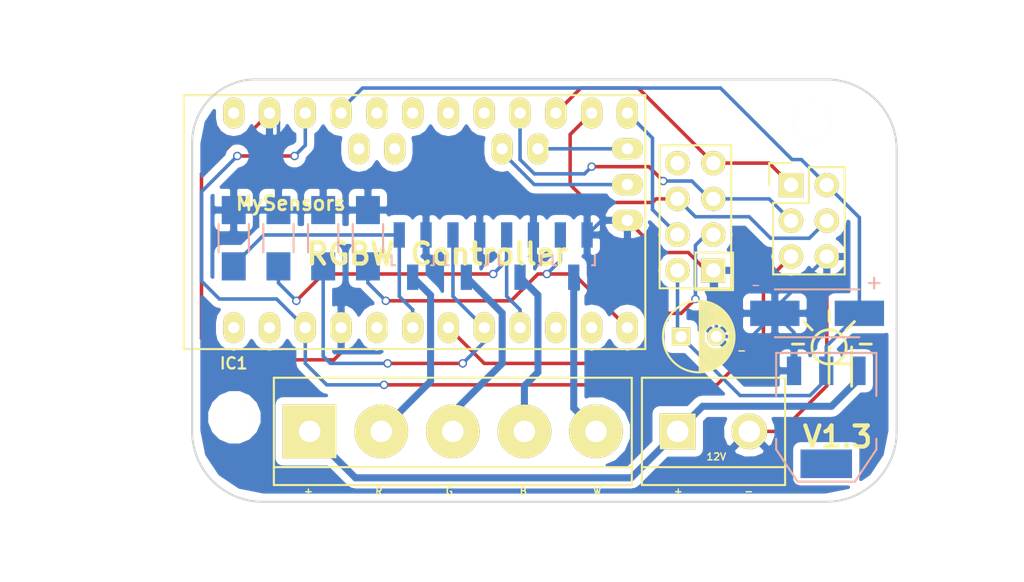
<source format=kicad_pcb>
(kicad_pcb (version 4) (host pcbnew 4.0.2-stable)

  (general
    (links 47)
    (no_connects 0)
    (area 104.924999 69.924999 155.075001 100.075001)
    (thickness 1.6)
    (drawings 44)
    (tracks 196)
    (zones 0)
    (modules 18)
    (nets 33)
  )

  (page A4)
  (layers
    (0 F.Cu signal)
    (31 B.Cu signal)
    (32 B.Adhes user)
    (33 F.Adhes user)
    (34 B.Paste user)
    (35 F.Paste user)
    (36 B.SilkS user)
    (37 F.SilkS user)
    (38 B.Mask user)
    (39 F.Mask user)
    (40 Dwgs.User user)
    (41 Cmts.User user)
    (42 Eco1.User user)
    (43 Eco2.User user)
    (44 Edge.Cuts user)
    (45 Margin user hide)
    (46 B.CrtYd user)
    (47 F.CrtYd user)
    (48 B.Fab user)
    (49 F.Fab user)
  )

  (setup
    (last_trace_width 0.25)
    (trace_clearance 0.2)
    (zone_clearance 0.508)
    (zone_45_only no)
    (trace_min 0.2)
    (segment_width 0.2)
    (edge_width 0.15)
    (via_size 0.6)
    (via_drill 0.4)
    (via_min_size 0.4)
    (via_min_drill 0.3)
    (uvia_size 0.3)
    (uvia_drill 0.1)
    (uvias_allowed no)
    (uvia_min_size 0.2)
    (uvia_min_drill 0.1)
    (pcb_text_width 0.3)
    (pcb_text_size 1.5 1.5)
    (mod_edge_width 0.15)
    (mod_text_size 1 1)
    (mod_text_width 0.15)
    (pad_size 1.524 1.524)
    (pad_drill 0.762)
    (pad_to_mask_clearance 0.2)
    (aux_axis_origin 105 70)
    (visible_elements 7FFFFF7F)
    (pcbplotparams
      (layerselection 0x010f0_80000001)
      (usegerberextensions true)
      (excludeedgelayer true)
      (linewidth 0.100000)
      (plotframeref false)
      (viasonmask false)
      (mode 1)
      (useauxorigin false)
      (hpglpennumber 1)
      (hpglpenspeed 20)
      (hpglpendiameter 15)
      (hpglpenoverlay 2)
      (psnegative false)
      (psa4output false)
      (plotreference true)
      (plotvalue true)
      (plotinvisibletext false)
      (padsonsilk false)
      (subtractmaskfromsilk false)
      (outputformat 1)
      (mirror false)
      (drillshape 0)
      (scaleselection 1)
      (outputdirectory GerberExport/))
  )

  (net 0 "")
  (net 1 +3V3)
  (net 2 GND)
  (net 3 +12V)
  (net 4 MISO)
  (net 5 SCK)
  (net 6 MOSI)
  (net 7 RST)
  (net 8 "Net-(P1-Pad2)")
  (net 9 "Net-(P1-Pad3)")
  (net 10 "Net-(P1-Pad4)")
  (net 11 "Net-(P1-Pad5)")
  (net 12 R)
  (net 13 G)
  (net 14 B)
  (net 15 W)
  (net 16 "Net-(U1-Pad8)")
  (net 17 CE)
  (net 18 CSN)
  (net 19 "Net-(IC1-Pad28)")
  (net 20 "Net-(IC1-Pad27)")
  (net 21 "Net-(IC1-Pad1)")
  (net 22 "Net-(IC1-Pad2)")
  (net 23 "Net-(IC1-Pad5)")
  (net 24 "Net-(IC1-Pad10)")
  (net 25 "Net-(IC1-Pad11)")
  (net 26 "Net-(IC1-Pad17)")
  (net 27 "Net-(IC1-Pad18)")
  (net 28 "Net-(IC1-Pad19)")
  (net 29 "Net-(IC1-Pad20)")
  (net 30 "Net-(IC1-Pad24)")
  (net 31 "Net-(IC1-Pad25)")
  (net 32 "Net-(IC1-Pad26)")

  (net_class Default "Dies ist die voreingestellte Netzklasse."
    (clearance 0.2)
    (trace_width 0.25)
    (via_dia 0.6)
    (via_drill 0.4)
    (uvia_dia 0.3)
    (uvia_drill 0.1)
    (add_net +3V3)
    (add_net B)
    (add_net CE)
    (add_net CSN)
    (add_net G)
    (add_net GND)
    (add_net MISO)
    (add_net MOSI)
    (add_net "Net-(IC1-Pad1)")
    (add_net "Net-(IC1-Pad10)")
    (add_net "Net-(IC1-Pad11)")
    (add_net "Net-(IC1-Pad17)")
    (add_net "Net-(IC1-Pad18)")
    (add_net "Net-(IC1-Pad19)")
    (add_net "Net-(IC1-Pad2)")
    (add_net "Net-(IC1-Pad20)")
    (add_net "Net-(IC1-Pad24)")
    (add_net "Net-(IC1-Pad25)")
    (add_net "Net-(IC1-Pad26)")
    (add_net "Net-(IC1-Pad27)")
    (add_net "Net-(IC1-Pad28)")
    (add_net "Net-(IC1-Pad5)")
    (add_net "Net-(U1-Pad8)")
    (add_net R)
    (add_net RST)
    (add_net SCK)
    (add_net W)
  )

  (net_class "12V power" ""
    (clearance 0.2)
    (trace_width 0.5)
    (via_dia 0.6)
    (via_drill 0.4)
    (uvia_dia 0.3)
    (uvia_drill 0.1)
    (add_net +12V)
    (add_net "Net-(P1-Pad2)")
    (add_net "Net-(P1-Pad3)")
    (add_net "Net-(P1-Pad4)")
    (add_net "Net-(P1-Pad5)")
  )

  (module mysensors_arduino:pro_mini (layer F.Cu) (tedit 55A3E6CB) (tstamp 5818EBB8)
    (at 121.92 80.01)
    (descr "IC, ARDUINO_PRO_MINI x 0,6\"")
    (tags "DIL ARDUINO PRO MINI")
    (path /56E171EC)
    (fp_text reference IC1 (at -13.97 10.16) (layer F.SilkS)
      (effects (font (size 0.8 0.8) (thickness 0.16)))
    )
    (fp_text value ArduinoProMini (at 0 0) (layer F.Fab) hide
      (effects (font (size 0.8 0.8) (thickness 0.16)))
    )
    (fp_line (start 15.24 9.144) (end 15.24 -8.89) (layer F.SilkS) (width 0.15))
    (fp_line (start -17.526 -8.89) (end -17.526 9.144) (layer F.SilkS) (width 0.15))
    (fp_line (start 15.24 9.144) (end -17.526 9.144) (layer F.SilkS) (width 0.15))
    (fp_line (start -17.526 -8.89) (end 15.24 -8.89) (layer F.SilkS) (width 0.15))
    (pad 28 thru_hole oval (at 5.08 -5.08) (size 1.50114 2.19964) (drill 0.8001) (layers *.Cu *.Mask F.SilkS)
      (net 19 "Net-(IC1-Pad28)"))
    (pad 27 thru_hole oval (at 7.62 -5.08) (size 1.50114 2.19964) (drill 0.8001) (layers *.Cu *.Mask F.SilkS)
      (net 20 "Net-(IC1-Pad27)"))
    (pad 1 thru_hole oval (at -13.97 7.62) (size 1.50114 2.19964) (drill 0.8001) (layers *.Cu *.Mask F.SilkS)
      (net 21 "Net-(IC1-Pad1)"))
    (pad 2 thru_hole oval (at -11.43 7.62) (size 1.50114 2.19964) (drill 0.8001) (layers *.Cu *.Mask F.SilkS)
      (net 22 "Net-(IC1-Pad2)"))
    (pad 3 thru_hole oval (at -8.89 7.62) (size 1.50114 2.19964) (drill 0.8001) (layers *.Cu *.Mask F.SilkS)
      (net 7 RST))
    (pad 4 thru_hole oval (at -6.35 7.62) (size 1.50114 2.19964) (drill 0.8001) (layers *.Cu *.Mask F.SilkS)
      (net 2 GND))
    (pad 5 thru_hole oval (at -3.81 7.62) (size 1.50114 2.19964) (drill 0.8001) (layers *.Cu *.Mask F.SilkS)
      (net 23 "Net-(IC1-Pad5)"))
    (pad 6 thru_hole oval (at -1.27 7.62) (size 1.50114 2.19964) (drill 0.8001) (layers *.Cu *.Mask F.SilkS)
      (net 12 R))
    (pad 7 thru_hole oval (at 1.27 7.62) (size 1.50114 2.19964) (drill 0.8001) (layers *.Cu *.Mask F.SilkS)
      (net 17 CE))
    (pad 8 thru_hole oval (at 3.81 7.62) (size 1.50114 2.19964) (drill 0.8001) (layers *.Cu *.Mask F.SilkS)
      (net 13 G))
    (pad 9 thru_hole oval (at 6.35 7.62) (size 1.50114 2.19964) (drill 0.8001) (layers *.Cu *.Mask F.SilkS)
      (net 14 B))
    (pad 10 thru_hole oval (at 8.89 7.62) (size 1.50114 2.19964) (drill 0.8001) (layers *.Cu *.Mask F.SilkS)
      (net 24 "Net-(IC1-Pad10)"))
    (pad 11 thru_hole oval (at 11.43 7.62) (size 1.50114 2.19964) (drill 0.8001) (layers *.Cu *.Mask F.SilkS)
      (net 25 "Net-(IC1-Pad11)"))
    (pad 12 thru_hole oval (at 13.97 7.62) (size 1.50114 2.19964) (drill 0.8001) (layers *.Cu *.Mask F.SilkS)
      (net 15 W))
    (pad 13 thru_hole oval (at 13.97 -7.62) (size 1.50114 2.19964) (drill 0.8001) (layers *.Cu *.Mask F.SilkS)
      (net 18 CSN))
    (pad 14 thru_hole oval (at 11.43 -7.62) (size 1.50114 2.19964) (drill 0.8001) (layers *.Cu *.Mask F.SilkS)
      (net 6 MOSI))
    (pad 15 thru_hole oval (at 8.89 -7.62) (size 1.50114 2.19964) (drill 0.8001) (layers *.Cu *.Mask F.SilkS)
      (net 4 MISO))
    (pad 16 thru_hole oval (at 6.35 -7.62) (size 1.50114 2.19964) (drill 0.8001) (layers *.Cu *.Mask F.SilkS)
      (net 5 SCK))
    (pad 17 thru_hole oval (at 3.81 -7.62) (size 1.50114 2.19964) (drill 0.8001) (layers *.Cu *.Mask F.SilkS)
      (net 26 "Net-(IC1-Pad17)"))
    (pad 18 thru_hole oval (at 1.27 -7.62) (size 1.50114 2.19964) (drill 0.8001) (layers *.Cu *.Mask F.SilkS)
      (net 27 "Net-(IC1-Pad18)"))
    (pad 19 thru_hole oval (at -1.27 -7.62) (size 1.50114 2.19964) (drill 0.8001) (layers *.Cu *.Mask F.SilkS)
      (net 28 "Net-(IC1-Pad19)"))
    (pad 20 thru_hole oval (at -3.81 -7.62) (size 1.50114 2.19964) (drill 0.8001) (layers *.Cu *.Mask F.SilkS)
      (net 29 "Net-(IC1-Pad20)"))
    (pad 21 thru_hole oval (at -6.35 -7.62) (size 1.50114 2.19964) (drill 0.8001) (layers *.Cu *.Mask F.SilkS)
      (net 1 +3V3))
    (pad 22 thru_hole oval (at -8.89 -7.62) (size 1.50114 2.19964) (drill 0.8001) (layers *.Cu *.Mask F.SilkS)
      (net 7 RST))
    (pad 23 thru_hole oval (at -11.43 -7.62) (size 1.50114 2.19964) (drill 0.8001) (layers *.Cu *.Mask F.SilkS)
      (net 2 GND))
    (pad 24 thru_hole oval (at -13.97 -7.62) (size 1.50114 2.19964) (drill 0.8001) (layers *.Cu *.Mask F.SilkS)
      (net 30 "Net-(IC1-Pad24)"))
    (pad 25 thru_hole oval (at -2.54 -5.08) (size 1.50114 2.19964) (drill 0.8001) (layers *.Cu *.Mask F.SilkS)
      (net 31 "Net-(IC1-Pad25)"))
    (pad 26 thru_hole oval (at -5.08 -5.08) (size 1.50114 2.19964) (drill 0.8001) (layers *.Cu *.Mask F.SilkS)
      (net 32 "Net-(IC1-Pad26)"))
    (pad 27 thru_hole oval (at 13.97 -5.08) (size 2.19964 1.50114) (drill 0.8001) (layers *.Cu *.Mask F.SilkS)
      (net 20 "Net-(IC1-Pad27)"))
    (pad 28 thru_hole oval (at 13.97 -2.54) (size 2.19964 1.50114) (drill 0.8001) (layers *.Cu *.Mask F.SilkS)
      (net 19 "Net-(IC1-Pad28)"))
    (pad 29 thru_hole oval (at 13.97 0) (size 2.19964 1.50114) (drill 0.8001) (layers *.Cu *.Mask F.SilkS)
      (net 2 GND))
    (model Socket_Strips.3dshapes/Socket_Strip_Straight_1x02.wrl
      (at (xyz -0.15 0.2 0))
      (scale (xyz 1 1 1))
      (rotate (xyz 0 0 0))
    )
    (model Socket_Strips.3dshapes/Socket_Strip_Straight_1x03.wrl
      (at (xyz 0.55 0.1 0))
      (scale (xyz 1 1 1))
      (rotate (xyz 0 0 90))
    )
    (model Socket_Strips.3dshapes/Socket_Strip_Straight_1x12.wrl
      (at (xyz 0 0.3 0))
      (scale (xyz 1 1 1))
      (rotate (xyz 0 0 0))
    )
    (model Socket_Strips.3dshapes/Socket_Strip_Straight_1x12.wrl
      (at (xyz 0 -0.3 0))
      (scale (xyz 1 1 1))
      (rotate (xyz 0 0 0))
    )
    (model Socket_Strips.3dshapes/Socket_Strip_Straight_1x02.wrl
      (at (xyz 0.25 0.2 0))
      (scale (xyz 1 1 1))
      (rotate (xyz 0 0 0))
    )
    (model ${MYSLOCAL}/mysensors.3dshapes/mysensors_arduino.3dshapes/arduino_pro_mini.wrl
      (at (xyz -0.05 0 0.48))
      (scale (xyz 0.395 0.395 0.395))
      (rotate (xyz 0 0 180))
    )
    (model SMD_Packages.3dshapes/TQFP-32.wrl
      (at (xyz 0.05 0 0.5125))
      (scale (xyz 1 1 1))
      (rotate (xyz 0 0 315))
    )
    (model Pin_Headers.3dshapes/Pin_Header_Straight_1x12.wrl
      (at (xyz 0 -0.3 0.445))
      (scale (xyz 1 1 1))
      (rotate (xyz 0 180 0))
    )
    (model Pin_Headers.3dshapes/Pin_Header_Straight_1x12.wrl
      (at (xyz 0 0.3 0.445))
      (scale (xyz 1 1 1))
      (rotate (xyz 0 180 0))
    )
    (model Pin_Headers.3dshapes/Pin_Header_Straight_1x03.wrl
      (at (xyz 0.55 0.1 0.445))
      (scale (xyz 1 1 1))
      (rotate (xyz 0 180 90))
    )
    (model Pin_Headers.3dshapes/Pin_Header_Straight_1x02.wrl
      (at (xyz 0.25 0.2 0.445))
      (scale (xyz 1 1 1))
      (rotate (xyz 0 180 0))
    )
    (model Pin_Headers.3dshapes/Pin_Header_Straight_1x02.wrl
      (at (xyz -0.15 0.2 0.445))
      (scale (xyz 1 1 1))
      (rotate (xyz 0 180 0))
    )
    (model ${MYSLOCAL}/mysensors.3dshapes/w.lain.3dshapes/smd_leds/led_0603.wrl
      (at (xyz -0.3 0 0.5125))
      (scale (xyz 1 1 1))
      (rotate (xyz 0 0 0))
    )
    (model ${MYSLOCAL}/mysensors.3dshapes/w.lain.3dshapes/smd_leds/led_0603.wrl
      (at (xyz 0.55 -0.175 0.5125))
      (scale (xyz 1 1 1))
      (rotate (xyz 0 0 0))
    )
    (model Pin_Headers.3dshapes/Pin_Header_Angled_1x06.wrl
      (at (xyz -0.65 0 0.5125))
      (scale (xyz 1 1 1))
      (rotate (xyz 0 0 270))
    )
    (model Resistors_SMD.3dshapes/R_0603.wrl
      (at (xyz -0.3 -0.05 0.5125))
      (scale (xyz 1 1 1))
      (rotate (xyz 0 0 0))
    )
    (model Resistors_SMD.3dshapes/R_0603.wrl
      (at (xyz 0.55 -0.125 0.5125))
      (scale (xyz 1 1 1))
      (rotate (xyz 0 0 0))
    )
    (model Capacitors_SMD.3dshapes/C_0603.wrl
      (at (xyz -0.3 0.05 0.5125))
      (scale (xyz 1 1 1))
      (rotate (xyz 0 0 0))
    )
    (model Capacitors_Tantalum_SMD.3dshapes/TantalC_SizeS_EIA-3216.wrl
      (at (xyz -0.35 0.15 0.5125))
      (scale (xyz 1 1 1))
      (rotate (xyz 0 0 0))
    )
    (model Capacitors_Tantalum_SMD.3dshapes/TantalC_SizeS_EIA-3216.wrl
      (at (xyz -0.35 -0.15 0.5125))
      (scale (xyz 1 1 1))
      (rotate (xyz 0 0 0))
    )
    (model TO_SOT_Packages_SMD.3dshapes/SOT-23-5.wrl
      (at (xyz -0.4 0 0.5125))
      (scale (xyz 1 1 1))
      (rotate (xyz 0 0 90))
    )
    (model Capacitors_SMD.3dshapes/C_1210.wrl
      (at (xyz -0.5 0 0.5125))
      (scale (xyz 1 1 1))
      (rotate (xyz 0 0 90))
    )
  )

  (module mysensors_radios:NRF24L01 (layer F.Cu) (tedit 56F47B69) (tstamp 56E9DCE2)
    (at 143.51 85.09 270)
    (descr NRF24L01)
    (tags "nRF 24 NRF24L01 NRF24L01+")
    (path /56E1A39B)
    (fp_text reference U1 (at -1.016 -1.016 270) (layer F.SilkS) hide
      (effects (font (size 0.8 0.8) (thickness 0.16)))
    )
    (fp_text value NRF24L01 (at -8.382 7.112 270) (layer F.Fab) hide
      (effects (font (size 0.8 0.8) (thickness 0.16)))
    )
    (fp_line (start -15.25 28.8) (end 0 28.8) (layer F.CrtYd) (width 0.15))
    (fp_line (start 0 28.8) (end 0 0) (layer F.CrtYd) (width 0.15))
    (fp_line (start 0 0) (end -15.25 0) (layer F.CrtYd) (width 0.15))
    (fp_line (start -15.25 0) (end -15.25 28.8) (layer F.CrtYd) (width 0.15))
    (fp_line (start -2.794 0.127) (end -0.127 0.127) (layer F.SilkS) (width 0.15))
    (fp_line (start -0.127 0.127) (end -0.127 2.794) (layer F.SilkS) (width 0.15))
    (fp_line (start 0 0) (end -15.25 0) (layer B.CrtYd) (width 0.15))
    (fp_line (start -15.25 0) (end -15.25 28.8) (layer B.CrtYd) (width 0.15))
    (fp_line (start -15.25 28.8) (end 0 28.8) (layer B.CrtYd) (width 0.15))
    (fp_line (start 0 28.8) (end 0 0) (layer B.CrtYd) (width 0.15))
    (fp_line (start -7.874 0.254) (end -10.414 0.254) (layer F.SilkS) (width 0.15))
    (fp_line (start -10.414 0.254) (end -10.414 2.794) (layer F.SilkS) (width 0.15))
    (fp_line (start -2.794 0.254) (end -2.794 2.794) (layer F.SilkS) (width 0.15))
    (fp_line (start -2.794 2.794) (end -0.254 2.794) (layer F.SilkS) (width 0.15))
    (fp_line (start -10.894 -0.226) (end -10.894 5.824) (layer F.CrtYd) (width 0.05))
    (fp_line (start 0.256 -0.226) (end 0.256 5.824) (layer F.CrtYd) (width 0.05))
    (fp_line (start -10.894 -0.226) (end 0.256 -0.226) (layer F.CrtYd) (width 0.05))
    (fp_line (start -10.894 5.824) (end 0.256 5.824) (layer F.CrtYd) (width 0.05))
    (fp_line (start -7.874 0.254) (end -0.254 0.254) (layer F.SilkS) (width 0.15))
    (fp_line (start -0.254 0.254) (end -0.254 5.334) (layer F.SilkS) (width 0.15))
    (fp_line (start -0.254 5.334) (end -10.414 5.334) (layer F.SilkS) (width 0.15))
    (fp_line (start -10.414 5.334) (end -10.414 2.794) (layer F.SilkS) (width 0.15))
    (pad 7 thru_hole oval (at -9.144 1.524 270) (size 1.7272 1.7272) (drill 1.016) (layers *.Cu *.Mask F.SilkS)
      (net 4 MISO))
    (pad 8 thru_hole oval (at -9.144 4.064 270) (size 1.7272 1.7272) (drill 1.016) (layers *.Cu *.Mask F.SilkS)
      (net 16 "Net-(U1-Pad8)"))
    (pad 5 thru_hole oval (at -6.604 1.524 270) (size 1.7272 1.7272) (drill 1.016) (layers *.Cu *.Mask F.SilkS)
      (net 5 SCK))
    (pad 6 thru_hole oval (at -6.604 4.064 270) (size 1.7272 1.7272) (drill 1.016) (layers *.Cu *.Mask F.SilkS)
      (net 6 MOSI))
    (pad 3 thru_hole oval (at -4.064 1.524 270) (size 1.7272 1.7272) (drill 1.016) (layers *.Cu *.Mask F.SilkS)
      (net 17 CE))
    (pad 4 thru_hole oval (at -4.064 4.064 270) (size 1.7272 1.7272) (drill 1.016) (layers *.Cu *.Mask F.SilkS)
      (net 18 CSN))
    (pad 1 thru_hole rect (at -1.524 1.524 270) (size 1.7272 1.7272) (drill 1.016) (layers *.Cu *.Mask F.SilkS)
      (net 2 GND))
    (pad 2 thru_hole oval (at -1.524 4.064 270) (size 1.7272 1.7272) (drill 1.016) (layers *.Cu *.Mask F.SilkS)
      (net 1 +3V3))
    (model Socket_Strips.3dshapes/Socket_Strip_Straight_2x04.wrl
      (at (xyz -0.21 -0.11 0))
      (scale (xyz 1 1 1))
      (rotate (xyz 0 0 0))
    )
    (model Pin_Headers.3dshapes/Pin_Header_Straight_2x04.wrl
      (at (xyz -0.21 -0.11 0.442))
      (scale (xyz 1 1 1))
      (rotate (xyz 0 180 0))
    )
    (model mysensors.3dshapes/nrf24l01.wrl
      (at (xyz -0.3 -0.5669999999999999 0.475))
      (scale (xyz 0.395 0.395 0.395))
      (rotate (xyz 0 0 0))
    )
    (model Housings_DFN_QFN.3dshapes/QFN-20-1EP_4x4mm_Pitch0.5mm.wrl
      (at (xyz -0.22 -0.51 0.509))
      (scale (xyz 1 1 1))
      (rotate (xyz 0 0 0))
    )
    (model mysensors.3dshapes/w.lain.3dshapes/crystal/crystal_hc-49s.wrl
      (at (xyz -0.5 -0.475 0.51))
      (scale (xyz 1 1 1))
      (rotate (xyz 0 0 90))
    )
  )

  (module Capacitors_Tantalum_SMD:TantalC_SizeC_EIA-6032_HandSoldering (layer B.Cu) (tedit 56FE9A94) (tstamp 56F44F25)
    (at 149.352 86.614 180)
    (descr "Tantal Cap. , Size C, EIA-6032, Hand Soldering,")
    (tags "Tantal Cap. , Size C, EIA-6032, Hand Soldering,")
    (path /56E1B944)
    (attr smd)
    (fp_text reference C2 (at -0.20066 3.29946 180) (layer B.SilkS) hide
      (effects (font (size 1 1) (thickness 0.15)) (justify mirror))
    )
    (fp_text value 22uF (at 0.102 0.114 270) (layer B.Fab)
      (effects (font (size 0.8 0.8) (thickness 0.1)) (justify mirror))
    )
    (fp_line (start 2.99974 -1.69926) (end -2.99974 -1.69926) (layer B.SilkS) (width 0.15))
    (fp_line (start 2.99974 1.69926) (end -2.99974 1.69926) (layer B.SilkS) (width 0.15))
    (fp_text user + (at -4.048 2.214 180) (layer B.SilkS)
      (effects (font (size 1 1) (thickness 0.15)) (justify mirror))
    )
    (pad 2 smd rect (at 2.99974 0 180) (size 3.50012 1.80086) (layers B.Cu B.Paste B.Mask)
      (net 2 GND))
    (pad 1 smd rect (at -2.99974 0 180) (size 3.50012 1.80086) (layers B.Cu B.Paste B.Mask)
      (net 1 +3V3))
    (model Capacitors_Tantalum_SMD.3dshapes/TantalC_SizeC_EIA-6032_HandSoldering.wrl
      (at (xyz 0 0 0))
      (scale (xyz 1 1 1))
      (rotate (xyz 0 0 180))
    )
  )

  (module Capacitors_ThroughHole:C_Radial_D5_L11_P2.5 (layer F.Cu) (tedit 56F47BA6) (tstamp 56E9DC60)
    (at 139.7 88.265)
    (descr "Radial Electrolytic Capacitor Diameter 5mm x Length 11mm, Pitch 2.5mm")
    (tags "Electrolytic Capacitor")
    (path /56E1AF4F)
    (fp_text reference C1 (at 1.25 -3.8) (layer F.SilkS) hide
      (effects (font (size 1 1) (thickness 0.15)))
    )
    (fp_text value CP (at 1.25 3.8) (layer F.Fab) hide
      (effects (font (size 1 1) (thickness 0.15)))
    )
    (fp_line (start 1.325 -2.499) (end 1.325 2.499) (layer F.SilkS) (width 0.15))
    (fp_line (start 1.465 -2.491) (end 1.465 2.491) (layer F.SilkS) (width 0.15))
    (fp_line (start 1.605 -2.475) (end 1.605 -0.095) (layer F.SilkS) (width 0.15))
    (fp_line (start 1.605 0.095) (end 1.605 2.475) (layer F.SilkS) (width 0.15))
    (fp_line (start 1.745 -2.451) (end 1.745 -0.49) (layer F.SilkS) (width 0.15))
    (fp_line (start 1.745 0.49) (end 1.745 2.451) (layer F.SilkS) (width 0.15))
    (fp_line (start 1.885 -2.418) (end 1.885 -0.657) (layer F.SilkS) (width 0.15))
    (fp_line (start 1.885 0.657) (end 1.885 2.418) (layer F.SilkS) (width 0.15))
    (fp_line (start 2.025 -2.377) (end 2.025 -0.764) (layer F.SilkS) (width 0.15))
    (fp_line (start 2.025 0.764) (end 2.025 2.377) (layer F.SilkS) (width 0.15))
    (fp_line (start 2.165 -2.327) (end 2.165 -0.835) (layer F.SilkS) (width 0.15))
    (fp_line (start 2.165 0.835) (end 2.165 2.327) (layer F.SilkS) (width 0.15))
    (fp_line (start 2.305 -2.266) (end 2.305 -0.879) (layer F.SilkS) (width 0.15))
    (fp_line (start 2.305 0.879) (end 2.305 2.266) (layer F.SilkS) (width 0.15))
    (fp_line (start 2.445 -2.196) (end 2.445 -0.898) (layer F.SilkS) (width 0.15))
    (fp_line (start 2.445 0.898) (end 2.445 2.196) (layer F.SilkS) (width 0.15))
    (fp_line (start 2.585 -2.114) (end 2.585 -0.896) (layer F.SilkS) (width 0.15))
    (fp_line (start 2.585 0.896) (end 2.585 2.114) (layer F.SilkS) (width 0.15))
    (fp_line (start 2.725 -2.019) (end 2.725 -0.871) (layer F.SilkS) (width 0.15))
    (fp_line (start 2.725 0.871) (end 2.725 2.019) (layer F.SilkS) (width 0.15))
    (fp_line (start 2.865 -1.908) (end 2.865 -0.823) (layer F.SilkS) (width 0.15))
    (fp_line (start 2.865 0.823) (end 2.865 1.908) (layer F.SilkS) (width 0.15))
    (fp_line (start 3.005 -1.78) (end 3.005 -0.745) (layer F.SilkS) (width 0.15))
    (fp_line (start 3.005 0.745) (end 3.005 1.78) (layer F.SilkS) (width 0.15))
    (fp_line (start 3.145 -1.631) (end 3.145 -0.628) (layer F.SilkS) (width 0.15))
    (fp_line (start 3.145 0.628) (end 3.145 1.631) (layer F.SilkS) (width 0.15))
    (fp_line (start 3.285 -1.452) (end 3.285 -0.44) (layer F.SilkS) (width 0.15))
    (fp_line (start 3.285 0.44) (end 3.285 1.452) (layer F.SilkS) (width 0.15))
    (fp_line (start 3.425 -1.233) (end 3.425 1.233) (layer F.SilkS) (width 0.15))
    (fp_line (start 3.565 -0.944) (end 3.565 0.944) (layer F.SilkS) (width 0.15))
    (fp_line (start 3.705 -0.472) (end 3.705 0.472) (layer F.SilkS) (width 0.15))
    (fp_circle (center 2.5 0) (end 2.5 -0.9) (layer F.SilkS) (width 0.15))
    (fp_circle (center 1.25 0) (end 1.25 -2.5375) (layer F.SilkS) (width 0.15))
    (fp_circle (center 1.25 0) (end 1.25 -2.8) (layer F.CrtYd) (width 0.05))
    (pad 1 thru_hole rect (at 0 0) (size 1.3 1.3) (drill 0.8) (layers *.Cu *.Mask F.SilkS)
      (net 1 +3V3))
    (pad 2 thru_hole circle (at 2.5 0) (size 1.3 1.3) (drill 0.8) (layers *.Cu *.Mask F.SilkS)
      (net 2 GND))
    (model Capacitors_ThroughHole.3dshapes/C_Radial_D5_L11_P2.5.wrl
      (at (xyz 0.049213 0 0))
      (scale (xyz 1 1 1))
      (rotate (xyz 0 0 90))
    )
  )

  (module Connect:bornier5 (layer F.Cu) (tedit 56F47B35) (tstamp 56E9DC9C)
    (at 123.5 95)
    (descr "Bornier d'alimentation 4 pins")
    (tags DEV)
    (path /56E18134)
    (fp_text reference P1 (at 0 -5.08) (layer F.SilkS) hide
      (effects (font (size 1 1) (thickness 0.15)))
    )
    (fp_text value "RGBW Strip" (at -0.5 6.5) (layer F.Fab) hide
      (effects (font (size 1 1) (thickness 0.15)))
    )
    (fp_line (start -12.7 3.81) (end 12.7 3.81) (layer F.SilkS) (width 0.15))
    (fp_line (start -12.7 2.54) (end 12.7 2.54) (layer F.SilkS) (width 0.15))
    (fp_line (start -12.7 -3.81) (end 12.7 -3.81) (layer F.SilkS) (width 0.15))
    (fp_line (start 12.7 -3.81) (end 12.7 3.81) (layer F.SilkS) (width 0.15))
    (fp_line (start -12.7 -3.81) (end -12.7 3.81) (layer F.SilkS) (width 0.15))
    (pad 2 thru_hole circle (at -5.08 0) (size 3.81 3.81) (drill 1.524) (layers *.Cu *.Mask F.SilkS)
      (net 8 "Net-(P1-Pad2)"))
    (pad 3 thru_hole circle (at 0 0) (size 3.81 3.81) (drill 1.524) (layers *.Cu *.Mask F.SilkS)
      (net 9 "Net-(P1-Pad3)"))
    (pad 1 thru_hole rect (at -10.16 0) (size 3.81 3.81) (drill 1.524) (layers *.Cu *.Mask F.SilkS)
      (net 3 +12V))
    (pad 4 thru_hole circle (at 5.08 0) (size 3.81 3.81) (drill 1.524) (layers *.Cu *.Mask F.SilkS)
      (net 10 "Net-(P1-Pad4)"))
    (pad 5 thru_hole circle (at 10.16 0) (size 3.81 3.81) (drill 1.524) (layers *.Cu *.Mask F.SilkS)
      (net 11 "Net-(P1-Pad5)"))
    (model Connect.3dshapes/bornier5.wrl
      (at (xyz 0 0 0))
      (scale (xyz 1 1 1))
      (rotate (xyz 0 0 0))
    )
  )

  (module Connect:bornier2 (layer F.Cu) (tedit 56F47BA0) (tstamp 56E9DCA2)
    (at 142 95)
    (descr "Bornier d'alimentation 2 pins")
    (tags DEV)
    (path /56E1B4AA)
    (fp_text reference P2 (at 1.25 -2.75) (layer F.SilkS) hide
      (effects (font (size 1 1) (thickness 0.15)))
    )
    (fp_text value CONN_01X02 (at -0.5 6.5) (layer F.Fab) hide
      (effects (font (size 1 1) (thickness 0.15)))
    )
    (fp_line (start 5.08 2.54) (end -5.08 2.54) (layer F.SilkS) (width 0.15))
    (fp_line (start 5.08 3.81) (end 5.08 -3.81) (layer F.SilkS) (width 0.15))
    (fp_line (start 5.08 -3.81) (end -5.08 -3.81) (layer F.SilkS) (width 0.15))
    (fp_line (start -5.08 -3.81) (end -5.08 3.81) (layer F.SilkS) (width 0.15))
    (fp_line (start -5.08 3.81) (end 5.08 3.81) (layer F.SilkS) (width 0.15))
    (pad 1 thru_hole rect (at -2.54 0) (size 2.54 2.54) (drill 1.524) (layers *.Cu *.Mask F.SilkS)
      (net 3 +12V))
    (pad 2 thru_hole circle (at 2.54 0) (size 2.54 2.54) (drill 1.524) (layers *.Cu *.Mask F.SilkS)
      (net 2 GND))
    (model Connect.3dshapes/bornier2.wrl
      (at (xyz 0 0 0))
      (scale (xyz 1 1 1))
      (rotate (xyz 0 0 0))
    )
  )

  (module TO_SOT_Packages_SMD:SOT-23_Handsoldering (layer B.Cu) (tedit 56F47AD9) (tstamp 56E9DCA9)
    (at 120.65 82.55)
    (descr "SOT-23, Handsoldering")
    (tags SOT-23)
    (path /56E17E9D)
    (attr smd)
    (fp_text reference Q1 (at 0 3.81) (layer B.SilkS) hide
      (effects (font (size 1 1) (thickness 0.15)) (justify mirror))
    )
    (fp_text value IRLML2502 (at 0 -3.81) (layer B.Fab) hide
      (effects (font (size 1 1) (thickness 0.15)) (justify mirror))
    )
    (fp_line (start -1.49982 -0.0508) (end -1.49982 0.65024) (layer B.SilkS) (width 0.15))
    (fp_line (start -1.49982 0.65024) (end -1.2509 0.65024) (layer B.SilkS) (width 0.15))
    (fp_line (start 1.29916 0.65024) (end 1.49982 0.65024) (layer B.SilkS) (width 0.15))
    (fp_line (start 1.49982 0.65024) (end 1.49982 -0.0508) (layer B.SilkS) (width 0.15))
    (pad 1 smd rect (at -0.95 -1.50114) (size 0.8001 1.80086) (layers B.Cu B.Paste B.Mask)
      (net 12 R))
    (pad 2 smd rect (at 0.95 -1.50114) (size 0.8001 1.80086) (layers B.Cu B.Paste B.Mask)
      (net 2 GND))
    (pad 3 smd rect (at 0 1.50114) (size 0.8001 1.80086) (layers B.Cu B.Paste B.Mask)
      (net 8 "Net-(P1-Pad2)"))
    (model TO_SOT_Packages_SMD.3dshapes/SOT-23_Handsoldering.wrl
      (at (xyz 0 0 0))
      (scale (xyz 1 1 1))
      (rotate (xyz 0 0 0))
    )
  )

  (module TO_SOT_Packages_SMD:SOT-23_Handsoldering (layer B.Cu) (tedit 56F47AE0) (tstamp 56E9DCB0)
    (at 124.46 82.55)
    (descr "SOT-23, Handsoldering")
    (tags SOT-23)
    (path /56E17F15)
    (attr smd)
    (fp_text reference Q2 (at 0 3.81) (layer B.SilkS) hide
      (effects (font (size 1 1) (thickness 0.15)) (justify mirror))
    )
    (fp_text value IRLML2502 (at 0 -3.81) (layer B.Fab) hide
      (effects (font (size 1 1) (thickness 0.15)) (justify mirror))
    )
    (fp_line (start -1.49982 -0.0508) (end -1.49982 0.65024) (layer B.SilkS) (width 0.15))
    (fp_line (start -1.49982 0.65024) (end -1.2509 0.65024) (layer B.SilkS) (width 0.15))
    (fp_line (start 1.29916 0.65024) (end 1.49982 0.65024) (layer B.SilkS) (width 0.15))
    (fp_line (start 1.49982 0.65024) (end 1.49982 -0.0508) (layer B.SilkS) (width 0.15))
    (pad 1 smd rect (at -0.95 -1.50114) (size 0.8001 1.80086) (layers B.Cu B.Paste B.Mask)
      (net 13 G))
    (pad 2 smd rect (at 0.95 -1.50114) (size 0.8001 1.80086) (layers B.Cu B.Paste B.Mask)
      (net 2 GND))
    (pad 3 smd rect (at 0 1.50114) (size 0.8001 1.80086) (layers B.Cu B.Paste B.Mask)
      (net 9 "Net-(P1-Pad3)"))
    (model TO_SOT_Packages_SMD.3dshapes/SOT-23_Handsoldering.wrl
      (at (xyz 0 0 0))
      (scale (xyz 1 1 1))
      (rotate (xyz 0 0 0))
    )
  )

  (module TO_SOT_Packages_SMD:SOT-23_Handsoldering (layer B.Cu) (tedit 56F47AE6) (tstamp 56E9DCB7)
    (at 128.27 82.55)
    (descr "SOT-23, Handsoldering")
    (tags SOT-23)
    (path /56E17F51)
    (attr smd)
    (fp_text reference Q3 (at 0 3.81) (layer B.SilkS) hide
      (effects (font (size 1 1) (thickness 0.15)) (justify mirror))
    )
    (fp_text value IRLML2502 (at 0 -3.81) (layer B.Fab) hide
      (effects (font (size 1 1) (thickness 0.15)) (justify mirror))
    )
    (fp_line (start -1.49982 -0.0508) (end -1.49982 0.65024) (layer B.SilkS) (width 0.15))
    (fp_line (start -1.49982 0.65024) (end -1.2509 0.65024) (layer B.SilkS) (width 0.15))
    (fp_line (start 1.29916 0.65024) (end 1.49982 0.65024) (layer B.SilkS) (width 0.15))
    (fp_line (start 1.49982 0.65024) (end 1.49982 -0.0508) (layer B.SilkS) (width 0.15))
    (pad 1 smd rect (at -0.95 -1.50114) (size 0.8001 1.80086) (layers B.Cu B.Paste B.Mask)
      (net 14 B))
    (pad 2 smd rect (at 0.95 -1.50114) (size 0.8001 1.80086) (layers B.Cu B.Paste B.Mask)
      (net 2 GND))
    (pad 3 smd rect (at 0 1.50114) (size 0.8001 1.80086) (layers B.Cu B.Paste B.Mask)
      (net 10 "Net-(P1-Pad4)"))
    (model TO_SOT_Packages_SMD.3dshapes/SOT-23_Handsoldering.wrl
      (at (xyz 0 0 0))
      (scale (xyz 1 1 1))
      (rotate (xyz 0 0 0))
    )
  )

  (module Resistors_SMD:R_1206_HandSoldering (layer B.Cu) (tedit 56F47B44) (tstamp 56E9DCC4)
    (at 107.95 81.28 90)
    (descr "Resistor SMD 1206, hand soldering")
    (tags "resistor 1206")
    (path /56E18597)
    (attr smd)
    (fp_text reference R1 (at 0 2.3 90) (layer B.SilkS) hide
      (effects (font (size 1 1) (thickness 0.15)) (justify mirror))
    )
    (fp_text value R (at 0 -2.3 90) (layer B.Fab) hide
      (effects (font (size 1 1) (thickness 0.15)) (justify mirror))
    )
    (fp_line (start -3.3 1.2) (end 3.3 1.2) (layer B.CrtYd) (width 0.05))
    (fp_line (start -3.3 -1.2) (end 3.3 -1.2) (layer B.CrtYd) (width 0.05))
    (fp_line (start -3.3 1.2) (end -3.3 -1.2) (layer B.CrtYd) (width 0.05))
    (fp_line (start 3.3 1.2) (end 3.3 -1.2) (layer B.CrtYd) (width 0.05))
    (fp_line (start 1 -1.075) (end -1 -1.075) (layer B.SilkS) (width 0.15))
    (fp_line (start -1 1.075) (end 1 1.075) (layer B.SilkS) (width 0.15))
    (pad 1 smd rect (at -2 0 90) (size 2 1.7) (layers B.Cu B.Paste B.Mask)
      (net 12 R))
    (pad 2 smd rect (at 2 0 90) (size 2 1.7) (layers B.Cu B.Paste B.Mask)
      (net 2 GND))
    (model Resistors_SMD.3dshapes/R_1206_HandSoldering.wrl
      (at (xyz 0 0 0))
      (scale (xyz 1 1 1))
      (rotate (xyz 0 0 0))
    )
  )

  (module Resistors_SMD:R_1206_HandSoldering (layer B.Cu) (tedit 56F47B4E) (tstamp 56E9DCCA)
    (at 114.3 81.28 90)
    (descr "Resistor SMD 1206, hand soldering")
    (tags "resistor 1206")
    (path /56E1855C)
    (attr smd)
    (fp_text reference R2 (at 0 2.3 90) (layer B.SilkS) hide
      (effects (font (size 1 1) (thickness 0.15)) (justify mirror))
    )
    (fp_text value R (at 0 -2.3 90) (layer B.Fab) hide
      (effects (font (size 1 1) (thickness 0.15)) (justify mirror))
    )
    (fp_line (start -3.3 1.2) (end 3.3 1.2) (layer B.CrtYd) (width 0.05))
    (fp_line (start -3.3 -1.2) (end 3.3 -1.2) (layer B.CrtYd) (width 0.05))
    (fp_line (start -3.3 1.2) (end -3.3 -1.2) (layer B.CrtYd) (width 0.05))
    (fp_line (start 3.3 1.2) (end 3.3 -1.2) (layer B.CrtYd) (width 0.05))
    (fp_line (start 1 -1.075) (end -1 -1.075) (layer B.SilkS) (width 0.15))
    (fp_line (start -1 1.075) (end 1 1.075) (layer B.SilkS) (width 0.15))
    (pad 1 smd rect (at -2 0 90) (size 2 1.7) (layers B.Cu B.Paste B.Mask)
      (net 13 G))
    (pad 2 smd rect (at 2 0 90) (size 2 1.7) (layers B.Cu B.Paste B.Mask)
      (net 2 GND))
    (model Resistors_SMD.3dshapes/R_1206_HandSoldering.wrl
      (at (xyz 0 0 0))
      (scale (xyz 1 1 1))
      (rotate (xyz 0 0 0))
    )
  )

  (module Resistors_SMD:R_1206_HandSoldering (layer B.Cu) (tedit 56F47B48) (tstamp 56E9DCD0)
    (at 111.125 81.28 90)
    (descr "Resistor SMD 1206, hand soldering")
    (tags "resistor 1206")
    (path /56E1851C)
    (attr smd)
    (fp_text reference R3 (at 0 2.3 90) (layer B.SilkS) hide
      (effects (font (size 1 1) (thickness 0.15)) (justify mirror))
    )
    (fp_text value R (at 0 -2.3 90) (layer B.Fab) hide
      (effects (font (size 1 1) (thickness 0.15)) (justify mirror))
    )
    (fp_line (start -3.3 1.2) (end 3.3 1.2) (layer B.CrtYd) (width 0.05))
    (fp_line (start -3.3 -1.2) (end 3.3 -1.2) (layer B.CrtYd) (width 0.05))
    (fp_line (start -3.3 1.2) (end -3.3 -1.2) (layer B.CrtYd) (width 0.05))
    (fp_line (start 3.3 1.2) (end 3.3 -1.2) (layer B.CrtYd) (width 0.05))
    (fp_line (start 1 -1.075) (end -1 -1.075) (layer B.SilkS) (width 0.15))
    (fp_line (start -1 1.075) (end 1 1.075) (layer B.SilkS) (width 0.15))
    (pad 1 smd rect (at -2 0 90) (size 2 1.7) (layers B.Cu B.Paste B.Mask)
      (net 14 B))
    (pad 2 smd rect (at 2 0 90) (size 2 1.7) (layers B.Cu B.Paste B.Mask)
      (net 2 GND))
    (model Resistors_SMD.3dshapes/R_1206_HandSoldering.wrl
      (at (xyz 0 0 0))
      (scale (xyz 1 1 1))
      (rotate (xyz 0 0 0))
    )
  )

  (module Resistors_SMD:R_1206_HandSoldering (layer B.Cu) (tedit 56F47B54) (tstamp 56E9DCD6)
    (at 117.475 81.28 90)
    (descr "Resistor SMD 1206, hand soldering")
    (tags "resistor 1206")
    (path /56E183C3)
    (attr smd)
    (fp_text reference R4 (at 0 2.3 90) (layer B.SilkS) hide
      (effects (font (size 1 1) (thickness 0.15)) (justify mirror))
    )
    (fp_text value R (at 0 -2.3 90) (layer B.Fab) hide
      (effects (font (size 1 1) (thickness 0.15)) (justify mirror))
    )
    (fp_line (start -3.3 1.2) (end 3.3 1.2) (layer B.CrtYd) (width 0.05))
    (fp_line (start -3.3 -1.2) (end 3.3 -1.2) (layer B.CrtYd) (width 0.05))
    (fp_line (start -3.3 1.2) (end -3.3 -1.2) (layer B.CrtYd) (width 0.05))
    (fp_line (start 3.3 1.2) (end 3.3 -1.2) (layer B.CrtYd) (width 0.05))
    (fp_line (start 1 -1.075) (end -1 -1.075) (layer B.SilkS) (width 0.15))
    (fp_line (start -1 1.075) (end 1 1.075) (layer B.SilkS) (width 0.15))
    (pad 1 smd rect (at -2 0 90) (size 2 1.7) (layers B.Cu B.Paste B.Mask)
      (net 15 W))
    (pad 2 smd rect (at 2 0 90) (size 2 1.7) (layers B.Cu B.Paste B.Mask)
      (net 2 GND))
    (model Resistors_SMD.3dshapes/R_1206_HandSoldering.wrl
      (at (xyz 0 0 0))
      (scale (xyz 1 1 1))
      (rotate (xyz 0 0 0))
    )
  )

  (module TO_SOT_Packages_SMD:SOT-223 (layer B.Cu) (tedit 56F47B1A) (tstamp 56E9DCEA)
    (at 150 94)
    (descr "module CMS SOT223 4 pins")
    (tags "CMS SOT")
    (path /56E9C701)
    (attr smd)
    (fp_text reference U2 (at 0 0.762) (layer B.SilkS) hide
      (effects (font (size 1 1) (thickness 0.15)) (justify mirror))
    )
    (fp_text value AMS1117 (at 0 -0.762) (layer B.Fab) hide
      (effects (font (size 1 1) (thickness 0.15)) (justify mirror))
    )
    (fp_line (start -3.556 -1.524) (end -3.556 -4.572) (layer B.SilkS) (width 0.15))
    (fp_line (start -3.556 -4.572) (end 3.556 -4.572) (layer B.SilkS) (width 0.15))
    (fp_line (start 3.556 -4.572) (end 3.556 -1.524) (layer B.SilkS) (width 0.15))
    (fp_line (start -3.556 1.524) (end -3.556 2.286) (layer B.SilkS) (width 0.15))
    (fp_line (start -3.556 2.286) (end -2.032 4.572) (layer B.SilkS) (width 0.15))
    (fp_line (start -2.032 4.572) (end 2.032 4.572) (layer B.SilkS) (width 0.15))
    (fp_line (start 2.032 4.572) (end 3.556 2.286) (layer B.SilkS) (width 0.15))
    (fp_line (start 3.556 2.286) (end 3.556 1.524) (layer B.SilkS) (width 0.15))
    (pad 4 smd rect (at 0 3.302) (size 3.6576 2.032) (layers B.Cu B.Paste B.Mask))
    (pad 2 smd rect (at 0 -3.302) (size 1.016 2.032) (layers B.Cu B.Paste B.Mask)
      (net 1 +3V3))
    (pad 3 smd rect (at 2.286 -3.302) (size 1.016 2.032) (layers B.Cu B.Paste B.Mask)
      (net 3 +12V))
    (pad 1 smd rect (at -2.286 -3.302) (size 1.016 2.032) (layers B.Cu B.Paste B.Mask)
      (net 2 GND))
    (model TO_SOT_Packages_SMD.3dshapes/SOT-223.wrl
      (at (xyz 0 0 0))
      (scale (xyz 0.4 0.4 0.4))
      (rotate (xyz 0 0 0))
    )
  )

  (module TO_SOT_Packages_SMD:SOT-23_Handsoldering (layer B.Cu) (tedit 56F47AEB) (tstamp 56E9E677)
    (at 132.08 82.55)
    (descr "SOT-23, Handsoldering")
    (tags SOT-23)
    (path /56E17F88)
    (attr smd)
    (fp_text reference Q4 (at 0 3.81) (layer B.SilkS) hide
      (effects (font (size 1 1) (thickness 0.15)) (justify mirror))
    )
    (fp_text value IRLML2502 (at 0 -3.81) (layer B.Fab) hide
      (effects (font (size 1 1) (thickness 0.15)) (justify mirror))
    )
    (fp_line (start -1.49982 -0.0508) (end -1.49982 0.65024) (layer B.SilkS) (width 0.15))
    (fp_line (start -1.49982 0.65024) (end -1.2509 0.65024) (layer B.SilkS) (width 0.15))
    (fp_line (start 1.29916 0.65024) (end 1.49982 0.65024) (layer B.SilkS) (width 0.15))
    (fp_line (start 1.49982 0.65024) (end 1.49982 -0.0508) (layer B.SilkS) (width 0.15))
    (pad 1 smd rect (at -0.95 -1.50114) (size 0.8001 1.80086) (layers B.Cu B.Paste B.Mask)
      (net 15 W))
    (pad 2 smd rect (at 0.95 -1.50114) (size 0.8001 1.80086) (layers B.Cu B.Paste B.Mask)
      (net 2 GND))
    (pad 3 smd rect (at 0 1.50114) (size 0.8001 1.80086) (layers B.Cu B.Paste B.Mask)
      (net 11 "Net-(P1-Pad5)"))
    (model TO_SOT_Packages_SMD.3dshapes/SOT-23_Handsoldering.wrl
      (at (xyz 0 0 0))
      (scale (xyz 1 1 1))
      (rotate (xyz 0 0 0))
    )
  )

  (module Pin_Headers:Pin_Header_Straight_2x03 (layer F.Cu) (tedit 56F47B2E) (tstamp 56EF26A5)
    (at 147.5 77.5)
    (descr "Through hole pin header")
    (tags "pin header")
    (path /56E2D004)
    (fp_text reference CON1 (at 0 -5.1) (layer F.SilkS) hide
      (effects (font (size 1 1) (thickness 0.15)))
    )
    (fp_text value AVR-ISP-6 (at 0 -3.1) (layer F.Fab) hide
      (effects (font (size 1 1) (thickness 0.15)))
    )
    (fp_line (start -1.27 1.27) (end -1.27 6.35) (layer F.SilkS) (width 0.15))
    (fp_line (start -1.55 -1.55) (end 0 -1.55) (layer F.SilkS) (width 0.15))
    (fp_line (start -1.75 -1.75) (end -1.75 6.85) (layer F.CrtYd) (width 0.05))
    (fp_line (start 4.3 -1.75) (end 4.3 6.85) (layer F.CrtYd) (width 0.05))
    (fp_line (start -1.75 -1.75) (end 4.3 -1.75) (layer F.CrtYd) (width 0.05))
    (fp_line (start -1.75 6.85) (end 4.3 6.85) (layer F.CrtYd) (width 0.05))
    (fp_line (start 1.27 -1.27) (end 1.27 1.27) (layer F.SilkS) (width 0.15))
    (fp_line (start 1.27 1.27) (end -1.27 1.27) (layer F.SilkS) (width 0.15))
    (fp_line (start -1.27 6.35) (end 3.81 6.35) (layer F.SilkS) (width 0.15))
    (fp_line (start 3.81 6.35) (end 3.81 1.27) (layer F.SilkS) (width 0.15))
    (fp_line (start -1.55 -1.55) (end -1.55 0) (layer F.SilkS) (width 0.15))
    (fp_line (start 3.81 -1.27) (end 1.27 -1.27) (layer F.SilkS) (width 0.15))
    (fp_line (start 3.81 1.27) (end 3.81 -1.27) (layer F.SilkS) (width 0.15))
    (pad 1 thru_hole rect (at 0 0) (size 1.7272 1.7272) (drill 1.016) (layers *.Cu *.Mask F.SilkS)
      (net 4 MISO))
    (pad 2 thru_hole oval (at 2.54 0) (size 1.7272 1.7272) (drill 1.016) (layers *.Cu *.Mask F.SilkS)
      (net 1 +3V3))
    (pad 3 thru_hole oval (at 0 2.54) (size 1.7272 1.7272) (drill 1.016) (layers *.Cu *.Mask F.SilkS)
      (net 5 SCK))
    (pad 4 thru_hole oval (at 2.54 2.54) (size 1.7272 1.7272) (drill 1.016) (layers *.Cu *.Mask F.SilkS)
      (net 6 MOSI))
    (pad 5 thru_hole oval (at 0 5.08) (size 1.7272 1.7272) (drill 1.016) (layers *.Cu *.Mask F.SilkS)
      (net 7 RST))
    (pad 6 thru_hole oval (at 2.54 5.08) (size 1.7272 1.7272) (drill 1.016) (layers *.Cu *.Mask F.SilkS)
      (net 2 GND))
    (model Pin_Headers.3dshapes/Pin_Header_Straight_2x03.wrl
      (at (xyz 0.05 -0.1 0))
      (scale (xyz 1 1 1))
      (rotate (xyz 0 0 90))
    )
  )

  (module Mounting_Holes:MountingHole_2.7mm_M2.5_ISO7380 (layer F.Cu) (tedit 56F47B39) (tstamp 56EF28C8)
    (at 108 94)
    (descr "Mounting Hole 2.7mm, no annular, M2.5, ISO7380")
    (tags "mounting hole 2.7mm no annular m2.5 iso7380")
    (fp_text reference REF** (at 0 -3.25) (layer F.SilkS) hide
      (effects (font (size 1 1) (thickness 0.15)))
    )
    (fp_text value MountingHole_2.7mm_M2.5_ISO7380 (at -9.5 7.5) (layer F.Fab) hide
      (effects (font (size 1 1) (thickness 0.15)))
    )
    (fp_circle (center 0 0) (end 2.25 0) (layer Cmts.User) (width 0.15))
    (fp_circle (center 0 0) (end 2.5 0) (layer F.CrtYd) (width 0.05))
    (pad 1 np_thru_hole circle (at 0 0) (size 2.7 2.7) (drill 2.7) (layers *.Cu *.Mask F.SilkS))
  )

  (module Mounting_Holes:MountingHole_2.7mm_M2.5_ISO7380 (layer F.Cu) (tedit 56F47B2A) (tstamp 56EF28CE)
    (at 149 73)
    (descr "Mounting Hole 2.7mm, no annular, M2.5, ISO7380")
    (tags "mounting hole 2.7mm no annular m2.5 iso7380")
    (fp_text reference REF** (at 0 -3.25) (layer F.SilkS) hide
      (effects (font (size 1 1) (thickness 0.15)))
    )
    (fp_text value MountingHole_2.7mm_M2.5_ISO7380 (at 6 -5.5) (layer F.Fab) hide
      (effects (font (size 1 1) (thickness 0.15)))
    )
    (fp_circle (center 0 0) (end 2.25 0) (layer Cmts.User) (width 0.15))
    (fp_circle (center 0 0) (end 2.5 0) (layer F.CrtYd) (width 0.05))
    (pad 1 np_thru_hole circle (at 0 0) (size 2.7 2.7) (drill 2.7) (layers *.Cu *.Mask F.SilkS))
  )

  (gr_line (start 151.8 89) (end 151.8 91.8) (angle 90) (layer F.SilkS) (width 0.2))
  (gr_line (start 150.2 90.2) (end 151.8 90.2) (angle 90) (layer F.SilkS) (width 0.2))
  (gr_line (start 150.2 89) (end 150.2 91.6) (angle 90) (layer F.SilkS) (width 0.2))
  (gr_line (start 149 87.8) (end 148.4 87.2) (angle 90) (layer F.SilkS) (width 0.2))
  (gr_line (start 151.4 87.8) (end 152 87.2) (angle 90) (layer F.SilkS) (width 0.2))
  (gr_line (start 150.2 87.2) (end 150.2 86.4) (angle 90) (layer F.SilkS) (width 0.2))
  (gr_line (start 147.6 88.8) (end 148.4 88.8) (angle 90) (layer F.SilkS) (width 0.2) (tstamp 56FE9C71))
  (gr_line (start 152.4 88.8) (end 153.2 88.8) (angle 90) (layer F.SilkS) (width 0.2))
  (gr_circle (center 150.2 89) (end 150 87.8) (layer F.SilkS) (width 0.2))
  (gr_text MySensors (at 112 78.8) (layer F.SilkS)
    (effects (font (size 1 1) (thickness 0.2)))
  )
  (gr_text - (at 145 84.6) (layer B.SilkS)
    (effects (font (size 0.5 0.5) (thickness 0.1)))
  )
  (gr_text 12V (at 142.2 96.8) (layer F.SilkS)
    (effects (font (size 0.5 0.5) (thickness 0.1)))
  )
  (gr_text V1.3 (at 150.8 95.4) (layer F.SilkS)
    (effects (font (size 1.5 1.5) (thickness 0.3)))
  )
  (gr_text "RGBW Controller" (at 122.4 82.4) (layer F.SilkS)
    (effects (font (size 1.5 1.5) (thickness 0.3)))
  )
  (gr_text - (at 144 89.25) (layer F.SilkS)
    (effects (font (size 0.5 0.5) (thickness 0.1)))
  )
  (gr_text + (at 113.25 99.25) (layer F.SilkS)
    (effects (font (size 0.5 0.5) (thickness 0.1)))
  )
  (gr_text R (at 118.25 99.25) (layer F.SilkS)
    (effects (font (size 0.5 0.5) (thickness 0.1)))
  )
  (gr_text G (at 123.25 99.25) (layer F.SilkS)
    (effects (font (size 0.5 0.5) (thickness 0.1)))
  )
  (gr_text B (at 128.5 99.25) (layer F.SilkS)
    (effects (font (size 0.5 0.5) (thickness 0.1)))
  )
  (gr_text W (at 133.75 99.25) (layer F.SilkS)
    (effects (font (size 0.5 0.5) (thickness 0.1)))
  )
  (gr_text + (at 139.5 99.25) (layer F.SilkS)
    (effects (font (size 0.5 0.5) (thickness 0.1)))
  )
  (gr_text - (at 144.5 99.25) (layer F.SilkS)
    (effects (font (size 0.5 0.5) (thickness 0.1)))
  )
  (dimension 5.08 (width 0.3) (layer Dwgs.User)
    (gr_text "5,000 mm" (at 148.336 62.992) (layer Dwgs.User) (tstamp 56F47613)
      (effects (font (size 1.5 1.5) (thickness 0.3)))
    )
    (feature1 (pts (xy 151.384 72.644) (xy 151.384 64.864)))
    (feature2 (pts (xy 146.304 72.644) (xy 146.304 64.864)))
    (crossbar (pts (xy 146.304 67.564) (xy 151.384 67.564)))
    (arrow1a (pts (xy 151.384 67.564) (xy 150.257496 68.150421)))
    (arrow1b (pts (xy 151.384 67.564) (xy 150.257496 66.977579)))
    (arrow2a (pts (xy 146.304 67.564) (xy 147.430504 68.150421)))
    (arrow2b (pts (xy 146.304 67.564) (xy 147.430504 66.977579)))
  )
  (dimension 4 (width 0.3) (layer Dwgs.User)
    (gr_text "4,000 mm" (at 93.98 97.536 90) (layer Dwgs.User) (tstamp 56F47615)
      (effects (font (size 1.5 1.5) (thickness 0.3)))
    )
    (feature1 (pts (xy 102 96) (xy 96.3 96)))
    (feature2 (pts (xy 102 100) (xy 96.3 100)))
    (crossbar (pts (xy 99 100) (xy 99 96)))
    (arrow1a (pts (xy 99 96) (xy 99.586421 97.126504)))
    (arrow1b (pts (xy 99 96) (xy 98.413579 97.126504)))
    (arrow2a (pts (xy 99 100) (xy 99.586421 98.873496)))
    (arrow2b (pts (xy 99 100) (xy 98.413579 98.873496)))
  )
  (dimension 50 (width 0.3) (layer Dwgs.User)
    (gr_text "50,000 mm" (at 130 106.35) (layer Dwgs.User)
      (effects (font (size 1.5 1.5) (thickness 0.3)))
    )
    (feature1 (pts (xy 155 102) (xy 155 107.7)))
    (feature2 (pts (xy 105 102) (xy 105 107.7)))
    (crossbar (pts (xy 105 105) (xy 155 105)))
    (arrow1a (pts (xy 155 105) (xy 153.873496 105.586421)))
    (arrow1b (pts (xy 155 105) (xy 153.873496 104.413579)))
    (arrow2a (pts (xy 105 105) (xy 106.126504 105.586421)))
    (arrow2b (pts (xy 105 105) (xy 106.126504 104.413579)))
  )
  (dimension 30 (width 0.3) (layer Dwgs.User)
    (gr_text "30,000 mm" (at 161.35 85 270) (layer Dwgs.User)
      (effects (font (size 1.5 1.5) (thickness 0.3)))
    )
    (feature1 (pts (xy 157 100) (xy 162.7 100)))
    (feature2 (pts (xy 157 70) (xy 162.7 70)))
    (crossbar (pts (xy 160 70) (xy 160 100)))
    (arrow1a (pts (xy 160 100) (xy 159.413579 98.873496)))
    (arrow1b (pts (xy 160 100) (xy 160.586421 98.873496)))
    (arrow2a (pts (xy 160 70) (xy 159.413579 71.126504)))
    (arrow2b (pts (xy 160 70) (xy 160.586421 71.126504)))
  )
  (gr_arc (start 150 95) (end 155 95) (angle 90) (layer Edge.Cuts) (width 0.15))
  (gr_arc (start 150 75) (end 150 70) (angle 90) (layer Edge.Cuts) (width 0.15))
  (gr_arc (start 110 95) (end 110 100) (angle 90) (layer Edge.Cuts) (width 0.15))
  (gr_arc (start 109.5 74.5) (end 105 74.5) (angle 90) (layer Edge.Cuts) (width 0.15))
  (gr_line (start 105 95) (end 105 74.5) (angle 90) (layer Edge.Cuts) (width 0.15))
  (gr_line (start 155 95) (end 155 75) (angle 90) (layer Edge.Cuts) (width 0.15))
  (gr_line (start 110 100) (end 150 100) (angle 90) (layer Edge.Cuts) (width 0.15))
  (gr_line (start 109.5 70) (end 150 70) (angle 90) (layer Edge.Cuts) (width 0.15))
  (gr_line (start 105 95) (end 105 90) (angle 90) (layer Margin) (width 0.2))
  (gr_line (start 155 90) (end 155 95) (angle 90) (layer Margin) (width 0.2))
  (gr_line (start 105 90) (end 105 75) (angle 90) (layer Margin) (width 0.2))
  (gr_line (start 155 75) (end 155 90) (angle 90) (layer Margin) (width 0.2))
  (gr_line (start 150 100.08) (end 110 100.08) (angle 90) (layer Margin) (width 0.2))
  (gr_line (start 110 70) (end 150 70) (angle 90) (layer Margin) (width 0.2))
  (gr_arc (start 150 75) (end 150 70) (angle 90) (layer Margin) (width 0.2))
  (gr_arc (start 150 95.08) (end 155 95.08) (angle 90) (layer Margin) (width 0.2))
  (gr_arc (start 110 95.08) (end 110 100.08) (angle 90) (layer Margin) (width 0.2))
  (gr_arc (start 110 75) (end 105 75) (angle 90) (layer Margin) (width 0.2))

  (segment (start 152.35174 86.614) (end 152.35174 79.81174) (width 0.25) (layer B.Cu) (net 1) (status 10))
  (segment (start 152.35174 79.81174) (end 150.04 77.5) (width 0.25) (layer B.Cu) (net 1) (tstamp 56F44F40) (status 20))
  (segment (start 150 90.698) (end 150 88.96574) (width 0.25) (layer B.Cu) (net 1) (status 10))
  (segment (start 150 88.96574) (end 152.35174 86.614) (width 0.25) (layer B.Cu) (net 1) (tstamp 56F44F3B) (status 20))
  (segment (start 150 90.698) (end 150 90.538) (width 0.25) (layer B.Cu) (net 1) (status 30))
  (segment (start 115.57 72.39) (end 115.57 72.136) (width 0.25) (layer B.Cu) (net 1) (status 30))
  (segment (start 115.57 72.136) (end 117.094 70.612) (width 0.25) (layer B.Cu) (net 1) (tstamp 56EF2D44) (status 10))
  (segment (start 148.232 75.692) (end 150.04 77.5) (width 0.25) (layer B.Cu) (net 1) (tstamp 56EF2D4E) (status 20))
  (segment (start 150 90.698) (end 150 91.3) (width 0.25) (layer B.Cu) (net 1) (status 30))
  (segment (start 150 91.3) (end 148.844 92.456) (width 0.25) (layer B.Cu) (net 1) (tstamp 56EF2D1B) (status 10))
  (segment (start 148.844 92.456) (end 143.891 92.456) (width 0.25) (layer B.Cu) (net 1) (tstamp 56EF2D1D))
  (segment (start 143.891 92.456) (end 139.446 88.011) (width 0.25) (layer B.Cu) (net 1) (tstamp 56EF2D20) (status 20))
  (segment (start 139.446 88.011) (end 139.446 83.566) (width 0.25) (layer B.Cu) (net 1) (tstamp 56EF2D22) (status 30))
  (segment (start 117.094 70.612) (end 142.494 70.612) (width 0.25) (layer B.Cu) (net 1) (tstamp 56EF2D45))
  (segment (start 142.494 70.612) (end 147.574 75.692) (width 0.25) (layer B.Cu) (net 1) (tstamp 56EF2D4A))
  (segment (start 147.574 75.692) (end 148.232 75.692) (width 0.25) (layer B.Cu) (net 1) (tstamp 56EF2D4C))
  (segment (start 115.57 87.63) (end 115.57 89.408) (width 0.25) (layer F.Cu) (net 2) (status 10))
  (segment (start 108.458 74.422) (end 110.49 72.39) (width 0.25) (layer F.Cu) (net 2) (tstamp 56EF2F85) (status 20))
  (segment (start 107.95 74.422) (end 108.458 74.422) (width 0.25) (layer F.Cu) (net 2) (tstamp 56EF2F83))
  (segment (start 105.664 76.708) (end 107.95 74.422) (width 0.25) (layer F.Cu) (net 2) (tstamp 56EF2F81))
  (segment (start 105.664 88.392) (end 105.664 76.708) (width 0.25) (layer F.Cu) (net 2) (tstamp 56EF2F7A))
  (segment (start 107.188 89.916) (end 105.664 88.392) (width 0.25) (layer F.Cu) (net 2) (tstamp 56EF2F78))
  (segment (start 115.062 89.916) (end 107.188 89.916) (width 0.25) (layer F.Cu) (net 2) (tstamp 56EF2F77))
  (segment (start 115.57 89.408) (end 115.062 89.916) (width 0.25) (layer F.Cu) (net 2) (tstamp 56EF2F70))
  (segment (start 129.22 79.69) (end 129.225 79.69) (width 0.25) (layer B.Cu) (net 2))
  (segment (start 133.03 79.69) (end 133.03 81.04886) (width 0.25) (layer B.Cu) (net 2) (tstamp 5818ECBB))
  (segment (start 132.715 79.375) (end 133.03 79.69) (width 0.25) (layer B.Cu) (net 2) (tstamp 5818ECBA))
  (segment (start 129.54 79.375) (end 132.715 79.375) (width 0.25) (layer B.Cu) (net 2) (tstamp 5818ECB9))
  (segment (start 129.225 79.69) (end 129.54 79.375) (width 0.25) (layer B.Cu) (net 2) (tstamp 5818ECB8))
  (segment (start 125.41 79.69) (end 125.415 79.69) (width 0.25) (layer B.Cu) (net 2))
  (segment (start 129.22 79.69) (end 129.22 81.04886) (width 0.25) (layer B.Cu) (net 2) (tstamp 5818ECB5))
  (segment (start 128.905 79.375) (end 129.22 79.69) (width 0.25) (layer B.Cu) (net 2) (tstamp 5818ECB4))
  (segment (start 125.73 79.375) (end 128.905 79.375) (width 0.25) (layer B.Cu) (net 2) (tstamp 5818ECB3))
  (segment (start 125.415 79.69) (end 125.73 79.375) (width 0.25) (layer B.Cu) (net 2) (tstamp 5818ECB2))
  (segment (start 121.6 79.69) (end 121.605 79.69) (width 0.25) (layer B.Cu) (net 2))
  (segment (start 125.41 79.69) (end 125.41 81.04886) (width 0.25) (layer B.Cu) (net 2) (tstamp 5818ECAF))
  (segment (start 125.095 79.375) (end 125.41 79.69) (width 0.25) (layer B.Cu) (net 2) (tstamp 5818ECAE))
  (segment (start 121.92 79.375) (end 125.095 79.375) (width 0.25) (layer B.Cu) (net 2) (tstamp 5818ECAD))
  (segment (start 121.605 79.69) (end 121.92 79.375) (width 0.25) (layer B.Cu) (net 2) (tstamp 5818ECAC))
  (segment (start 121.6 81.04886) (end 121.6 79.69) (width 0.25) (layer B.Cu) (net 2))
  (segment (start 121.19 79.28) (end 117.475 79.28) (width 0.25) (layer B.Cu) (net 2) (tstamp 5818ECA9))
  (segment (start 121.6 79.69) (end 121.19 79.28) (width 0.25) (layer B.Cu) (net 2) (tstamp 5818ECA8))
  (segment (start 134.06886 80.01) (end 133.03 81.04886) (width 0.25) (layer B.Cu) (net 2) (tstamp 5818EC94))
  (segment (start 135.89 80.01) (end 134.06886 80.01) (width 0.25) (layer B.Cu) (net 2))
  (segment (start 147.714 90.698) (end 147.714 87.97574) (width 0.25) (layer B.Cu) (net 2) (status 10))
  (segment (start 147.714 87.97574) (end 146.35226 86.614) (width 0.25) (layer B.Cu) (net 2) (tstamp 56F44FF7) (status 20))
  (segment (start 142.2 88.265) (end 142.2 83.78) (width 0.25) (layer B.Cu) (net 2) (status 30))
  (segment (start 142.2 83.78) (end 141.986 83.566) (width 0.25) (layer B.Cu) (net 2) (tstamp 56F44FDC) (status 30))
  (segment (start 142.2 88.265) (end 144.70126 88.265) (width 0.25) (layer B.Cu) (net 2) (status 10))
  (segment (start 144.70126 88.265) (end 146.35226 86.614) (width 0.25) (layer B.Cu) (net 2) (tstamp 56F44F84) (status 20))
  (segment (start 146.35226 86.614) (end 146.35226 86.26774) (width 0.25) (layer B.Cu) (net 2) (status 30))
  (segment (start 146.35226 86.26774) (end 150.04 82.58) (width 0.25) (layer B.Cu) (net 2) (tstamp 56F44F6B) (status 30))
  (segment (start 144.54 95) (end 146.808 95) (width 0.25) (layer F.Cu) (net 2) (status 10))
  (segment (start 150.04 91.768) (end 150.04 82.58) (width 0.25) (layer F.Cu) (net 2) (tstamp 56EF304B) (status 20))
  (segment (start 146.808 95) (end 150.04 91.768) (width 0.25) (layer F.Cu) (net 2) (tstamp 56EF3042))
  (segment (start 141.986 83.566) (end 141.478 83.566) (width 0.25) (layer F.Cu) (net 2) (status 30))
  (segment (start 141.478 83.566) (end 140.208 82.296) (width 0.25) (layer F.Cu) (net 2) (tstamp 56EF2DCE) (status 10))
  (segment (start 140.208 82.296) (end 138.176 82.296) (width 0.25) (layer F.Cu) (net 2) (tstamp 56EF2DD1))
  (segment (start 138.176 82.296) (end 135.89 80.01) (width 0.25) (layer F.Cu) (net 2) (tstamp 56EF2DD3) (status 20))
  (segment (start 111.125 79.28) (end 111.125 73.025) (width 0.25) (layer B.Cu) (net 2) (status 30))
  (segment (start 111.125 73.025) (end 110.49 72.39) (width 0.25) (layer B.Cu) (net 2) (tstamp 56EF2BA8) (status 30))
  (segment (start 107.95 79.28) (end 111.125 79.28) (width 0.25) (layer B.Cu) (net 2) (status 30))
  (segment (start 111.125 79.28) (end 114.3 79.28) (width 0.25) (layer B.Cu) (net 2) (tstamp 56EF2B9B) (status 30))
  (segment (start 114.3 79.28) (end 117.475 79.28) (width 0.25) (layer B.Cu) (net 2) (tstamp 56EF2B9C) (status 30))
  (segment (start 152.114 90.526) (end 152.146 90.558) (width 0.25) (layer B.Cu) (net 3) (tstamp 56EF2CEF) (status 30))
  (segment (start 152.146 90.558) (end 152.146 91.44) (width 0.25) (layer B.Cu) (net 3) (tstamp 56EF2CF0) (status 30))
  (segment (start 152.146 91.44) (end 150.368 93.218) (width 0.5) (layer B.Cu) (net 3) (tstamp 56EF2CF2) (status 10))
  (segment (start 150.368 93.218) (end 141.224 93.218) (width 0.5) (layer B.Cu) (net 3) (tstamp 56EF2CF6))
  (segment (start 141.224 93.218) (end 139.46 95) (width 0.5) (layer B.Cu) (net 3) (tstamp 56EF2CF9) (status 20))
  (segment (start 113.34 95) (end 113.34 95.052) (width 0.25) (layer B.Cu) (net 3) (status 30))
  (segment (start 113.34 95.052) (end 116.586 98.298) (width 0.5) (layer B.Cu) (net 3) (tstamp 56EF2CDD) (status 10))
  (segment (start 116.586 98.298) (end 136.162 98.298) (width 0.5) (layer B.Cu) (net 3) (tstamp 56EF2CE0))
  (segment (start 136.162 98.298) (end 139.46 95) (width 0.5) (layer B.Cu) (net 3) (tstamp 56EF2CE2) (status 20))
  (segment (start 141.986 75.946) (end 136.652 70.612) (width 0.25) (layer F.Cu) (net 4) (status 10))
  (segment (start 132.588 70.612) (end 130.81 72.39) (width 0.25) (layer F.Cu) (net 4) (tstamp 56EF2F4C) (status 20))
  (segment (start 136.652 70.612) (end 132.588 70.612) (width 0.25) (layer F.Cu) (net 4) (tstamp 56EF2F45))
  (segment (start 141.986 75.946) (end 145.946 75.946) (width 0.25) (layer F.Cu) (net 4) (status 10))
  (segment (start 145.946 75.946) (end 147.5 77.5) (width 0.25) (layer F.Cu) (net 4) (tstamp 56EF2F3A) (status 20))
  (segment (start 141.986 78.486) (end 141.732 78.486) (width 0.25) (layer B.Cu) (net 5) (status 30))
  (segment (start 141.732 78.486) (end 140.462 77.216) (width 0.25) (layer B.Cu) (net 5) (tstamp 56EF2E87) (status 10))
  (segment (start 140.462 77.216) (end 138.43 77.216) (width 0.25) (layer B.Cu) (net 5) (tstamp 56EF2E88))
  (segment (start 141.986 78.486) (end 145.946 78.486) (width 0.25) (layer B.Cu) (net 5) (status 10))
  (segment (start 145.946 78.486) (end 147.5 80.04) (width 0.25) (layer B.Cu) (net 5) (tstamp 56EF2DF6) (status 20))
  (segment (start 129.286 76.708) (end 128.27 75.692) (width 0.25) (layer B.Cu) (net 5) (tstamp 56EF2E9C))
  (segment (start 132.842 76.708) (end 129.286 76.708) (width 0.25) (layer B.Cu) (net 5) (tstamp 56EF2E9B))
  (segment (start 133.35 76.2) (end 132.842 76.708) (width 0.25) (layer B.Cu) (net 5) (tstamp 56EF2E9A))
  (via (at 133.35 76.2) (size 0.6) (drill 0.4) (layers F.Cu B.Cu) (net 5))
  (segment (start 137.414 76.2) (end 133.35 76.2) (width 0.25) (layer F.Cu) (net 5) (tstamp 56EF2E8F))
  (segment (start 138.43 77.216) (end 137.414 76.2) (width 0.25) (layer F.Cu) (net 5) (tstamp 56EF2E8E))
  (via (at 138.43 77.216) (size 0.6) (drill 0.4) (layers F.Cu B.Cu) (net 5))
  (segment (start 128.27 75.692) (end 128.27 72.39) (width 0.25) (layer B.Cu) (net 5) (tstamp 56EF2E9F) (status 20))
  (segment (start 139.446 78.486) (end 137.922 78.486) (width 0.25) (layer F.Cu) (net 6) (status 10))
  (segment (start 131.826 73.914) (end 133.35 72.39) (width 0.25) (layer F.Cu) (net 6) (tstamp 56EF2EED) (status 20))
  (segment (start 131.826 77.47) (end 131.826 73.914) (width 0.25) (layer F.Cu) (net 6) (tstamp 56EF2EEA))
  (segment (start 133.096 78.74) (end 131.826 77.47) (width 0.25) (layer F.Cu) (net 6) (tstamp 56EF2EE9))
  (segment (start 137.668 78.74) (end 133.096 78.74) (width 0.25) (layer F.Cu) (net 6) (tstamp 56EF2EE8))
  (segment (start 137.922 78.486) (end 137.668 78.74) (width 0.25) (layer F.Cu) (net 6) (tstamp 56EF2EE3))
  (segment (start 148.8 81.28) (end 150.04 80.04) (width 0.25) (layer B.Cu) (net 6) (tstamp 56EF2E05) (status 20))
  (segment (start 146.05 81.28) (end 148.8 81.28) (width 0.25) (layer B.Cu) (net 6) (tstamp 56EF2E01))
  (segment (start 144.526 79.756) (end 146.05 81.28) (width 0.25) (layer B.Cu) (net 6) (tstamp 56EF2E00))
  (segment (start 140.716 79.756) (end 144.526 79.756) (width 0.25) (layer B.Cu) (net 6) (tstamp 56EF2DFF))
  (segment (start 139.446 78.486) (end 140.716 79.756) (width 0.25) (layer B.Cu) (net 6) (status 10))
  (segment (start 106.934 85.598) (end 105.664 84.328) (width 0.25) (layer B.Cu) (net 7) (tstamp 56EF2E34))
  (segment (start 110.998 85.598) (end 106.934 85.598) (width 0.25) (layer B.Cu) (net 7) (tstamp 56EF2E31))
  (segment (start 113.03 87.63) (end 113.03 90.17) (width 0.25) (layer B.Cu) (net 7) (status 10))
  (segment (start 145.542 84.538) (end 147.5 82.58) (width 0.25) (layer F.Cu) (net 7) (tstamp 56EF2F9D) (status 20))
  (segment (start 145.542 88.392) (end 145.542 84.538) (width 0.25) (layer F.Cu) (net 7) (tstamp 56EF2F9A))
  (segment (start 142.24 91.694) (end 145.542 88.392) (width 0.25) (layer F.Cu) (net 7) (tstamp 56EF2F97))
  (segment (start 118.618 91.694) (end 142.24 91.694) (width 0.25) (layer F.Cu) (net 7) (tstamp 56EF2F96))
  (via (at 118.618 91.694) (size 0.6) (drill 0.4) (layers F.Cu B.Cu) (net 7))
  (segment (start 114.554 91.694) (end 118.618 91.694) (width 0.25) (layer B.Cu) (net 7) (tstamp 56EF2F93))
  (segment (start 113.03 90.17) (end 114.554 91.694) (width 0.25) (layer B.Cu) (net 7) (tstamp 56EF2F8F))
  (segment (start 113.03 87.63) (end 110.998 85.598) (width 0.25) (layer B.Cu) (net 7) (status 10))
  (segment (start 113.03 74.676) (end 113.03 72.39) (width 0.25) (layer B.Cu) (net 7) (tstamp 56EF2E44) (status 20))
  (segment (start 112.268 75.438) (end 113.03 74.676) (width 0.25) (layer B.Cu) (net 7) (tstamp 56EF2E43))
  (via (at 112.268 75.438) (size 0.6) (drill 0.4) (layers F.Cu B.Cu) (net 7))
  (segment (start 108.204 75.438) (end 112.268 75.438) (width 0.25) (layer F.Cu) (net 7) (tstamp 56EF2E40))
  (via (at 108.204 75.438) (size 0.6) (drill 0.4) (layers F.Cu B.Cu) (net 7))
  (segment (start 105.664 77.978) (end 108.204 75.438) (width 0.25) (layer B.Cu) (net 7) (tstamp 56EF2E36))
  (segment (start 105.664 84.328) (end 105.664 77.978) (width 0.25) (layer B.Cu) (net 7) (tstamp 56EF2E35))
  (segment (start 118.42 95) (end 118.42 94.94) (width 0.5) (layer B.Cu) (net 8))
  (segment (start 118.42 94.94) (end 121.92 91.44) (width 0.5) (layer B.Cu) (net 8) (tstamp 5818ECD4))
  (segment (start 121.92 91.44) (end 121.92 85.32114) (width 0.5) (layer B.Cu) (net 8) (tstamp 5818ECD5))
  (segment (start 121.92 85.32114) (end 120.65 84.05114) (width 0.5) (layer B.Cu) (net 8) (tstamp 5818ECD7))
  (segment (start 123.5 95) (end 123.5 93.67) (width 0.5) (layer B.Cu) (net 9))
  (segment (start 123.5 93.67) (end 127 90.17) (width 0.5) (layer B.Cu) (net 9) (tstamp 5818ECEA))
  (segment (start 127 86.59114) (end 124.46 84.05114) (width 0.5) (layer B.Cu) (net 9) (tstamp 5818ECED))
  (segment (start 127 90.17) (end 127 86.59114) (width 0.5) (layer B.Cu) (net 9) (tstamp 5818ECEB))
  (segment (start 128.58 95) (end 128.58 91.765) (width 0.5) (layer B.Cu) (net 10))
  (segment (start 129.54 85.32114) (end 128.27 84.05114) (width 0.5) (layer B.Cu) (net 10) (tstamp 5818ECC5))
  (segment (start 129.54 90.805) (end 129.54 85.32114) (width 0.5) (layer B.Cu) (net 10) (tstamp 5818ECC4))
  (segment (start 128.58 91.765) (end 129.54 90.805) (width 0.5) (layer B.Cu) (net 10) (tstamp 5818ECC3))
  (segment (start 129.54 94.04) (end 128.58 95) (width 0.5) (layer B.Cu) (net 10) (tstamp 56EF2C09) (status 30))
  (segment (start 133.66 95) (end 133.66 94.925) (width 0.5) (layer B.Cu) (net 11))
  (segment (start 133.66 94.925) (end 132.08 93.345) (width 0.5) (layer B.Cu) (net 11) (tstamp 5818ECBE))
  (segment (start 132.08 93.345) (end 132.08 84.05114) (width 0.5) (layer B.Cu) (net 11) (tstamp 5818ECBF))
  (segment (start 132.4 84.05114) (end 132.4 84.902) (width 0.25) (layer B.Cu) (net 11) (status 30))
  (segment (start 120.65 87.63) (end 120.65 86.36) (width 0.25) (layer B.Cu) (net 12))
  (segment (start 119.7 85.41) (end 119.7 81.04886) (width 0.25) (layer B.Cu) (net 12) (tstamp 5818ED1C))
  (segment (start 120.65 86.36) (end 119.7 85.41) (width 0.25) (layer B.Cu) (net 12) (tstamp 5818ED1A))
  (segment (start 120.97 87.31) (end 120.65 87.63) (width 0.25) (layer B.Cu) (net 12) (tstamp 56EF2BE6) (status 30))
  (segment (start 107.95 83.28) (end 107.95 83.185) (width 0.25) (layer B.Cu) (net 12))
  (segment (start 107.95 83.185) (end 110.08614 81.04886) (width 0.25) (layer B.Cu) (net 12) (tstamp 5818ECDC))
  (segment (start 110.08614 81.04886) (end 119.7 81.04886) (width 0.25) (layer B.Cu) (net 12) (tstamp 5818ECDD))
  (segment (start 107.95 83.28) (end 107.95 83.058) (width 0.25) (layer B.Cu) (net 12) (status 30))
  (segment (start 123.51 81.04886) (end 123.51 85.41) (width 0.25) (layer B.Cu) (net 13))
  (segment (start 123.51 85.41) (end 125.73 87.63) (width 0.25) (layer B.Cu) (net 13) (tstamp 5818ECE2))
  (segment (start 124.206 90.17) (end 125.73 88.646) (width 0.25) (layer B.Cu) (net 13) (tstamp 56EF2C9B) (status 20))
  (via (at 124.206 90.17) (size 0.6) (drill 0.4) (layers F.Cu B.Cu) (net 13))
  (segment (start 118.872 90.17) (end 124.206 90.17) (width 0.25) (layer F.Cu) (net 13) (tstamp 56EF2C98))
  (segment (start 125.73 88.646) (end 125.73 87.63) (width 0.25) (layer B.Cu) (net 13) (tstamp 56EF2C9C) (status 30))
  (segment (start 114.3 83.28) (end 114.3 89.662) (width 0.25) (layer B.Cu) (net 13) (status 10))
  (via (at 118.872 90.17) (size 0.6) (drill 0.4) (layers F.Cu B.Cu) (net 13))
  (segment (start 114.808 90.17) (end 118.872 90.17) (width 0.25) (layer B.Cu) (net 13) (tstamp 56EF2C93))
  (segment (start 114.3 89.662) (end 114.808 90.17) (width 0.25) (layer B.Cu) (net 13) (tstamp 56EF2C8E))
  (segment (start 111.125 83.28) (end 111.125 84.455) (width 0.25) (layer B.Cu) (net 14))
  (segment (start 127.32 82.865) (end 127.32 81.04886) (width 0.25) (layer B.Cu) (net 14) (tstamp 5818ED08))
  (segment (start 126.365 83.82) (end 127.32 82.865) (width 0.25) (layer B.Cu) (net 14) (tstamp 5818ED07))
  (via (at 126.365 83.82) (size 0.6) (drill 0.4) (layers F.Cu B.Cu) (net 14))
  (segment (start 114.3 83.82) (end 126.365 83.82) (width 0.25) (layer F.Cu) (net 14) (tstamp 5818ED04))
  (segment (start 112.395 85.725) (end 114.3 83.82) (width 0.25) (layer F.Cu) (net 14) (tstamp 5818ED03))
  (via (at 112.395 85.725) (size 0.6) (drill 0.4) (layers F.Cu B.Cu) (net 14))
  (segment (start 111.125 84.455) (end 112.395 85.725) (width 0.25) (layer B.Cu) (net 14) (tstamp 5818ED00))
  (segment (start 127.32 81.04886) (end 127.32 85.41) (width 0.25) (layer B.Cu) (net 14))
  (segment (start 128.27 86.36) (end 128.27 87.63) (width 0.25) (layer B.Cu) (net 14) (tstamp 5818ECE7))
  (segment (start 127.32 85.41) (end 128.27 86.36) (width 0.25) (layer B.Cu) (net 14) (tstamp 5818ECE6))
  (segment (start 128.59 87.31) (end 128.27 87.63) (width 0.25) (layer B.Cu) (net 14) (tstamp 56EF2C01) (status 30))
  (segment (start 130.175 83.82) (end 132.08 83.82) (width 0.25) (layer F.Cu) (net 15))
  (segment (start 132.08 83.82) (end 135.89 87.63) (width 0.25) (layer F.Cu) (net 15) (tstamp 5818ED16))
  (segment (start 117.475 83.28) (end 117.475 84.455) (width 0.25) (layer B.Cu) (net 15))
  (segment (start 131.13 82.865) (end 131.13 81.04886) (width 0.25) (layer B.Cu) (net 15) (tstamp 5818ED13))
  (segment (start 130.175 83.82) (end 131.13 82.865) (width 0.25) (layer B.Cu) (net 15) (tstamp 5818ED12))
  (via (at 130.175 83.82) (size 0.6) (drill 0.4) (layers F.Cu B.Cu) (net 15))
  (segment (start 129.54 83.82) (end 130.175 83.82) (width 0.25) (layer F.Cu) (net 15) (tstamp 5818ED10))
  (segment (start 127.635 85.725) (end 129.54 83.82) (width 0.25) (layer F.Cu) (net 15) (tstamp 5818ED0F))
  (segment (start 118.745 85.725) (end 127.635 85.725) (width 0.25) (layer F.Cu) (net 15) (tstamp 5818ED0E))
  (via (at 118.745 85.725) (size 0.6) (drill 0.4) (layers F.Cu B.Cu) (net 15))
  (segment (start 117.475 84.455) (end 118.745 85.725) (width 0.25) (layer B.Cu) (net 15) (tstamp 5818ED0B))
  (segment (start 141.986 81.026) (end 141.478 81.026) (width 0.25) (layer B.Cu) (net 17) (status 30))
  (segment (start 141.478 81.026) (end 140.716 81.788) (width 0.25) (layer B.Cu) (net 17) (tstamp 56EF2EB3) (status 10))
  (segment (start 140.716 81.788) (end 140.716 85.598) (width 0.25) (layer B.Cu) (net 17) (tstamp 56EF2EB6))
  (via (at 140.716 85.598) (size 0.6) (drill 0.4) (layers F.Cu B.Cu) (net 17))
  (segment (start 140.716 85.598) (end 139.7 86.614) (width 0.25) (layer F.Cu) (net 17) (tstamp 56EF2EC4))
  (segment (start 139.7 86.614) (end 138.684 86.614) (width 0.25) (layer F.Cu) (net 17) (tstamp 56EF2EC5))
  (segment (start 138.684 86.614) (end 137.668 87.63) (width 0.25) (layer F.Cu) (net 17) (tstamp 56EF2EC7))
  (segment (start 137.668 87.63) (end 137.668 88.646) (width 0.25) (layer F.Cu) (net 17) (tstamp 56EF2ECA))
  (segment (start 137.668 88.646) (end 136.144 90.17) (width 0.25) (layer F.Cu) (net 17) (tstamp 56EF2ECC))
  (segment (start 136.144 90.17) (end 125.73 90.17) (width 0.25) (layer F.Cu) (net 17) (tstamp 56EF2ECE))
  (segment (start 125.73 90.17) (end 123.19 87.63) (width 0.25) (layer F.Cu) (net 17) (tstamp 56EF2ED0) (status 20))
  (segment (start 137.668 79.248) (end 139.446 81.026) (width 0.25) (layer B.Cu) (net 18) (tstamp 56EF2D7F) (status 20))
  (segment (start 137.668 74.168) (end 137.668 79.248) (width 0.25) (layer B.Cu) (net 18) (tstamp 56EF2D7D))
  (segment (start 135.89 72.39) (end 137.668 74.168) (width 0.25) (layer B.Cu) (net 18) (status 10))
  (segment (start 127 74.93) (end 127 75.184) (width 0.25) (layer B.Cu) (net 19) (status 30))
  (segment (start 127 75.184) (end 129.286 77.47) (width 0.25) (layer B.Cu) (net 19) (tstamp 56EF2D5E) (status 10))
  (segment (start 129.286 77.47) (end 135.89 77.47) (width 0.25) (layer B.Cu) (net 19) (tstamp 56EF2D61) (status 20))
  (segment (start 129.54 74.93) (end 135.89 74.93) (width 0.25) (layer B.Cu) (net 20) (status 30))

  (zone (net 2) (net_name GND) (layer B.Cu) (tstamp 56F4768B) (hatch edge 0.508)
    (connect_pads (clearance 0.508))
    (min_thickness 0.254)
    (fill yes (arc_segments 16) (thermal_gap 0.508) (thermal_bridge_width 0.508) (smoothing fillet) (radius 4))
    (polygon
      (pts
        (xy 155 70) (xy 155 100) (xy 105 100) (xy 105 70)
      )
    )
    (filled_polygon
      (pts
        (xy 106.396599 86.135401) (xy 106.64316 86.300148) (xy 106.91234 86.353692) (xy 106.6699 86.716528) (xy 106.56443 87.246763)
        (xy 106.56443 88.013237) (xy 106.6699 88.543472) (xy 106.970254 88.992983) (xy 107.419765 89.293337) (xy 107.95 89.398807)
        (xy 108.480235 89.293337) (xy 108.929746 88.992983) (xy 109.22 88.558588) (xy 109.510254 88.992983) (xy 109.959765 89.293337)
        (xy 110.49 89.398807) (xy 111.020235 89.293337) (xy 111.469746 88.992983) (xy 111.76 88.558588) (xy 112.050254 88.992983)
        (xy 112.27 89.139813) (xy 112.27 90.17) (xy 112.327852 90.460839) (xy 112.492599 90.707401) (xy 114.016599 92.231401)
        (xy 114.26316 92.396148) (xy 114.284371 92.400367) (xy 114.521624 92.44756) (xy 111.435 92.44756) (xy 111.199683 92.491838)
        (xy 110.983559 92.63091) (xy 110.838569 92.84311) (xy 110.78756 93.095) (xy 110.78756 96.905) (xy 110.831838 97.140317)
        (xy 110.97091 97.356441) (xy 111.18311 97.501431) (xy 111.435 97.55244) (xy 114.588861 97.55244) (xy 115.960208 98.923787)
        (xy 115.96021 98.92379) (xy 116.247325 99.115633) (xy 116.586 99.183001) (xy 116.586005 99.183) (xy 136.161995 99.183)
        (xy 136.162 99.183001) (xy 136.449175 99.125877) (xy 136.500675 99.115633) (xy 136.78779 98.92379) (xy 136.787791 98.923789)
        (xy 138.794139 96.91744) (xy 140.73 96.91744) (xy 140.965317 96.873162) (xy 141.181441 96.73409) (xy 141.326431 96.52189)
        (xy 141.361689 96.347777) (xy 143.371828 96.347777) (xy 143.50352 96.642657) (xy 144.211036 96.914261) (xy 144.968632 96.894436)
        (xy 145.57648 96.642657) (xy 145.708172 96.347777) (xy 144.54 95.179605) (xy 143.371828 96.347777) (xy 141.361689 96.347777)
        (xy 141.37744 96.27) (xy 141.37744 94.320975) (xy 141.593213 94.103) (xy 142.843799 94.103) (xy 142.625739 94.671036)
        (xy 142.645564 95.428632) (xy 142.897343 96.03648) (xy 143.192223 96.168172) (xy 144.360395 95) (xy 144.346253 94.985858)
        (xy 144.525858 94.806253) (xy 144.54 94.820395) (xy 144.554143 94.806253) (xy 144.733748 94.985858) (xy 144.719605 95)
        (xy 145.887777 96.168172) (xy 146.182657 96.03648) (xy 146.454261 95.328964) (xy 146.434436 94.571368) (xy 146.240432 94.103)
        (xy 150.367995 94.103) (xy 150.368 94.103001) (xy 150.650484 94.04681) (xy 150.706675 94.035633) (xy 150.99379 93.84379)
        (xy 152.476139 92.36144) (xy 152.794 92.36144) (xy 153.029317 92.317162) (xy 153.245441 92.17809) (xy 153.390431 91.96589)
        (xy 153.44144 91.714) (xy 153.44144 89.682) (xy 153.397162 89.446683) (xy 153.25809 89.230559) (xy 153.04589 89.085569)
        (xy 152.794 89.03456) (xy 151.778 89.03456) (xy 151.542683 89.078838) (xy 151.326559 89.21791) (xy 151.181569 89.43011)
        (xy 151.143457 89.618314) (xy 151.111162 89.446683) (xy 150.97209 89.230559) (xy 150.875785 89.164757) (xy 151.878672 88.16187)
        (xy 154.1018 88.16187) (xy 154.29 88.126458) (xy 154.29 94.930069) (xy 153.950592 96.63639) (xy 153.023654 98.023651)
        (xy 152.459513 98.400598) (xy 152.47624 98.318) (xy 152.47624 96.286) (xy 152.431962 96.050683) (xy 152.29289 95.834559)
        (xy 152.08069 95.689569) (xy 151.8288 95.63856) (xy 148.1712 95.63856) (xy 147.935883 95.682838) (xy 147.719759 95.82191)
        (xy 147.574769 96.03411) (xy 147.52376 96.286) (xy 147.52376 98.318) (xy 147.568038 98.553317) (xy 147.70711 98.769441)
        (xy 147.91931 98.914431) (xy 148.1712 98.96544) (xy 151.561744 98.96544) (xy 149.930069 99.29) (xy 110.069931 99.29)
        (xy 108.36361 98.950592) (xy 106.976349 98.023654) (xy 106.049408 96.63639) (xy 105.71 94.930069) (xy 105.71 94.393109)
        (xy 106.014657 94.393109) (xy 106.316218 95.122943) (xy 106.87412 95.681819) (xy 107.603427 95.984654) (xy 108.393109 95.985343)
        (xy 109.122943 95.683782) (xy 109.681819 95.12588) (xy 109.984654 94.396573) (xy 109.985343 93.606891) (xy 109.683782 92.877057)
        (xy 109.12588 92.318181) (xy 108.396573 92.015346) (xy 107.606891 92.014657) (xy 106.877057 92.316218) (xy 106.318181 92.87412)
        (xy 106.015346 93.603427) (xy 106.014657 94.393109) (xy 105.71 94.393109) (xy 105.71 85.448802)
      )
    )
    (filled_polygon
      (pts
        (xy 106.56443 72.773237) (xy 106.6699 73.303472) (xy 106.970254 73.752983) (xy 107.419765 74.053337) (xy 107.95 74.158807)
        (xy 108.480235 74.053337) (xy 108.929746 73.752983) (xy 109.2301 73.303472) (xy 109.231601 73.295928) (xy 109.258501 73.386817)
        (xy 109.600056 73.808798) (xy 110.077097 74.06795) (xy 110.148725 74.082133) (xy 110.363 73.959479) (xy 110.363 72.517)
        (xy 110.343 72.517) (xy 110.343 72.263) (xy 110.363 72.263) (xy 110.363 72.243) (xy 110.617 72.243)
        (xy 110.617 72.263) (xy 110.637 72.263) (xy 110.637 72.517) (xy 110.617 72.517) (xy 110.617 73.959479)
        (xy 110.831275 74.082133) (xy 110.902903 74.06795) (xy 111.379944 73.808798) (xy 111.721499 73.386817) (xy 111.748399 73.295928)
        (xy 111.7499 73.303472) (xy 112.050254 73.752983) (xy 112.27 73.899813) (xy 112.27 74.361198) (xy 112.12832 74.502878)
        (xy 112.082833 74.502838) (xy 111.739057 74.644883) (xy 111.475808 74.907673) (xy 111.333162 75.251201) (xy 111.332838 75.623167)
        (xy 111.474883 75.966943) (xy 111.737673 76.230192) (xy 112.081201 76.372838) (xy 112.453167 76.373162) (xy 112.796943 76.231117)
        (xy 113.060192 75.968327) (xy 113.202838 75.624799) (xy 113.202879 75.577923) (xy 113.567401 75.213401) (xy 113.732148 74.966839)
        (xy 113.79 74.676) (xy 113.79 73.899813) (xy 114.009746 73.752983) (xy 114.3 73.318588) (xy 114.590254 73.752983)
        (xy 115.039765 74.053337) (xy 115.533061 74.151459) (xy 115.45443 74.546763) (xy 115.45443 75.313237) (xy 115.5599 75.843472)
        (xy 115.860254 76.292983) (xy 116.309765 76.593337) (xy 116.84 76.698807) (xy 117.370235 76.593337) (xy 117.819746 76.292983)
        (xy 118.11 75.858588) (xy 118.400254 76.292983) (xy 118.849765 76.593337) (xy 119.38 76.698807) (xy 119.910235 76.593337)
        (xy 120.359746 76.292983) (xy 120.6601 75.843472) (xy 120.76557 75.313237) (xy 120.76557 74.546763) (xy 120.686939 74.151459)
        (xy 121.180235 74.053337) (xy 121.629746 73.752983) (xy 121.92 73.318588) (xy 122.210254 73.752983) (xy 122.659765 74.053337)
        (xy 123.19 74.158807) (xy 123.720235 74.053337) (xy 124.169746 73.752983) (xy 124.46 73.318588) (xy 124.750254 73.752983)
        (xy 125.199765 74.053337) (xy 125.693061 74.151459) (xy 125.61443 74.546763) (xy 125.61443 75.313237) (xy 125.7199 75.843472)
        (xy 126.020254 76.292983) (xy 126.469765 76.593337) (xy 127 76.698807) (xy 127.367004 76.625806) (xy 128.748599 78.007401)
        (xy 128.99516 78.172148) (xy 129.286 78.23) (xy 134.380187 78.23) (xy 134.527017 78.449746) (xy 134.976528 78.7501)
        (xy 134.984072 78.751601) (xy 134.893183 78.778501) (xy 134.471202 79.120056) (xy 134.21205 79.597097) (xy 134.197867 79.668725)
        (xy 134.320521 79.883) (xy 135.763 79.883) (xy 135.763 79.863) (xy 136.017 79.863) (xy 136.017 79.883)
        (xy 136.037 79.883) (xy 136.037 80.137) (xy 136.017 80.137) (xy 136.017 81.39557) (xy 136.36625 81.39557)
        (xy 136.886817 81.241499) (xy 137.308798 80.899944) (xy 137.56795 80.422903) (xy 137.582133 80.351275) (xy 137.45948 80.137002)
        (xy 137.4822 80.137002) (xy 138.012842 80.667644) (xy 137.9474 80.996641) (xy 137.9474 81.055359) (xy 138.061474 81.628848)
        (xy 138.38633 82.115029) (xy 138.657172 82.296) (xy 138.38633 82.476971) (xy 138.061474 82.963152) (xy 137.9474 83.536641)
        (xy 137.9474 83.595359) (xy 138.061474 84.168848) (xy 138.38633 84.655029) (xy 138.686 84.855262) (xy 138.686 87.094643)
        (xy 138.598559 87.15091) (xy 138.453569 87.36311) (xy 138.40256 87.615) (xy 138.40256 88.915) (xy 138.446838 89.150317)
        (xy 138.58591 89.366441) (xy 138.79811 89.511431) (xy 139.05 89.56244) (xy 139.922638 89.56244) (xy 142.693198 92.333)
        (xy 141.224 92.333) (xy 141.221756 92.333446) (xy 141.219508 92.333011) (xy 141.052425 92.367129) (xy 140.885325 92.400367)
        (xy 140.883423 92.401638) (xy 140.88118 92.402096) (xy 140.739986 92.497479) (xy 140.59821 92.59221) (xy 140.596937 92.594115)
        (xy 140.595042 92.595395) (xy 140.112798 93.08256) (xy 138.19 93.08256) (xy 137.954683 93.126838) (xy 137.738559 93.26591)
        (xy 137.593569 93.47811) (xy 137.54256 93.73) (xy 137.54256 95.665861) (xy 135.79542 97.413) (xy 134.471449 97.413)
        (xy 135.096915 97.154563) (xy 135.812052 96.440673) (xy 136.199559 95.507454) (xy 136.20044 94.496979) (xy 135.814563 93.563085)
        (xy 135.100673 92.847948) (xy 134.167454 92.460441) (xy 133.156979 92.45956) (xy 132.965 92.538884) (xy 132.965 89.322226)
        (xy 133.35 89.398807) (xy 133.880235 89.293337) (xy 134.329746 88.992983) (xy 134.62 88.558588) (xy 134.910254 88.992983)
        (xy 135.359765 89.293337) (xy 135.89 89.398807) (xy 136.420235 89.293337) (xy 136.869746 88.992983) (xy 137.1701 88.543472)
        (xy 137.27557 88.013237) (xy 137.27557 87.246763) (xy 137.1701 86.716528) (xy 136.869746 86.267017) (xy 136.420235 85.966663)
        (xy 135.89 85.861193) (xy 135.359765 85.966663) (xy 134.910254 86.267017) (xy 134.62 86.701412) (xy 134.329746 86.267017)
        (xy 133.880235 85.966663) (xy 133.35 85.861193) (xy 132.965 85.937774) (xy 132.965 85.398096) (xy 133.102148 85.192839)
        (xy 133.16 84.902) (xy 133.16 84.05114) (xy 133.12749 83.887703) (xy 133.12749 83.15071) (xy 133.083212 82.915393)
        (xy 132.94414 82.699269) (xy 132.757082 82.571458) (xy 132.903 82.42554) (xy 132.903 81.17586) (xy 133.157 81.17586)
        (xy 133.157 82.42554) (xy 133.31575 82.58429) (xy 133.556359 82.58429) (xy 133.789748 82.487617) (xy 133.968377 82.308989)
        (xy 134.06505 82.0756) (xy 134.06505 81.33461) (xy 133.9063 81.17586) (xy 133.157 81.17586) (xy 132.903 81.17586)
        (xy 132.883 81.17586) (xy 132.883 80.92186) (xy 132.903 80.92186) (xy 132.903 79.67218) (xy 133.157 79.67218)
        (xy 133.157 80.92186) (xy 133.9063 80.92186) (xy 134.06505 80.76311) (xy 134.06505 80.351275) (xy 134.197867 80.351275)
        (xy 134.21205 80.422903) (xy 134.471202 80.899944) (xy 134.893183 81.241499) (xy 135.41375 81.39557) (xy 135.763 81.39557)
        (xy 135.763 80.137) (xy 134.320521 80.137) (xy 134.197867 80.351275) (xy 134.06505 80.351275) (xy 134.06505 80.02212)
        (xy 133.968377 79.788731) (xy 133.789748 79.610103) (xy 133.556359 79.51343) (xy 133.31575 79.51343) (xy 133.157 79.67218)
        (xy 132.903 79.67218) (xy 132.74425 79.51343) (xy 132.503641 79.51343) (xy 132.270252 79.610103) (xy 132.091623 79.788731)
        (xy 132.076566 79.825082) (xy 131.99414 79.696989) (xy 131.78194 79.551999) (xy 131.53005 79.50099) (xy 130.72995 79.50099)
        (xy 130.494633 79.545268) (xy 130.278509 79.68434) (xy 130.176797 79.833201) (xy 130.158377 79.788731) (xy 129.979748 79.610103)
        (xy 129.746359 79.51343) (xy 129.50575 79.51343) (xy 129.347 79.67218) (xy 129.347 80.92186) (xy 129.367 80.92186)
        (xy 129.367 81.17586) (xy 129.347 81.17586) (xy 129.347 82.42554) (xy 129.50575 82.58429) (xy 129.746359 82.58429)
        (xy 129.979748 82.487617) (xy 130.158377 82.308989) (xy 130.17735 82.263183) (xy 130.26586 82.400731) (xy 130.37 82.471887)
        (xy 130.37 82.550198) (xy 130.03532 82.884878) (xy 129.989833 82.884838) (xy 129.646057 83.026883) (xy 129.382808 83.289673)
        (xy 129.31749 83.446975) (xy 129.31749 83.15071) (xy 129.273212 82.915393) (xy 129.13414 82.699269) (xy 128.947082 82.571458)
        (xy 129.093 82.42554) (xy 129.093 81.17586) (xy 129.073 81.17586) (xy 129.073 80.92186) (xy 129.093 80.92186)
        (xy 129.093 79.67218) (xy 128.93425 79.51343) (xy 128.693641 79.51343) (xy 128.460252 79.610103) (xy 128.281623 79.788731)
        (xy 128.266566 79.825082) (xy 128.18414 79.696989) (xy 127.97194 79.551999) (xy 127.72005 79.50099) (xy 126.91995 79.50099)
        (xy 126.684633 79.545268) (xy 126.468509 79.68434) (xy 126.366797 79.833201) (xy 126.348377 79.788731) (xy 126.169748 79.610103)
        (xy 125.936359 79.51343) (xy 125.69575 79.51343) (xy 125.537 79.67218) (xy 125.537 80.92186) (xy 125.557 80.92186)
        (xy 125.557 81.17586) (xy 125.537 81.17586) (xy 125.537 82.42554) (xy 125.69575 82.58429) (xy 125.936359 82.58429)
        (xy 126.169748 82.487617) (xy 126.348377 82.308989) (xy 126.36735 82.263183) (xy 126.45586 82.400731) (xy 126.56 82.471887)
        (xy 126.56 82.550198) (xy 126.22532 82.884878) (xy 126.179833 82.884838) (xy 125.836057 83.026883) (xy 125.572808 83.289673)
        (xy 125.50749 83.446975) (xy 125.50749 83.15071) (xy 125.463212 82.915393) (xy 125.32414 82.699269) (xy 125.137082 82.571458)
        (xy 125.283 82.42554) (xy 125.283 81.17586) (xy 125.263 81.17586) (xy 125.263 80.92186) (xy 125.283 80.92186)
        (xy 125.283 79.67218) (xy 125.12425 79.51343) (xy 124.883641 79.51343) (xy 124.650252 79.610103) (xy 124.471623 79.788731)
        (xy 124.456566 79.825082) (xy 124.37414 79.696989) (xy 124.16194 79.551999) (xy 123.91005 79.50099) (xy 123.10995 79.50099)
        (xy 122.874633 79.545268) (xy 122.658509 79.68434) (xy 122.556797 79.833201) (xy 122.538377 79.788731) (xy 122.359748 79.610103)
        (xy 122.126359 79.51343) (xy 121.88575 79.51343) (xy 121.727 79.67218) (xy 121.727 80.92186) (xy 121.747 80.92186)
        (xy 121.747 81.17586) (xy 121.727 81.17586) (xy 121.727 82.42554) (xy 121.88575 82.58429) (xy 122.126359 82.58429)
        (xy 122.359748 82.487617) (xy 122.538377 82.308989) (xy 122.55735 82.263183) (xy 122.64586 82.400731) (xy 122.75 82.471887)
        (xy 122.75 85.044637) (xy 122.737633 84.982465) (xy 122.703835 84.931883) (xy 122.54579 84.69535) (xy 122.545787 84.695348)
        (xy 121.69749 83.84705) (xy 121.69749 83.15071) (xy 121.653212 82.915393) (xy 121.51414 82.699269) (xy 121.327082 82.571458)
        (xy 121.473 82.42554) (xy 121.473 81.17586) (xy 121.453 81.17586) (xy 121.453 80.92186) (xy 121.473 80.92186)
        (xy 121.473 79.67218) (xy 121.31425 79.51343) (xy 121.073641 79.51343) (xy 120.840252 79.610103) (xy 120.661623 79.788731)
        (xy 120.646566 79.825082) (xy 120.56414 79.696989) (xy 120.35194 79.551999) (xy 120.10005 79.50099) (xy 119.29995 79.50099)
        (xy 119.064633 79.545268) (xy 118.96 79.612597) (xy 118.96 79.56575) (xy 118.80125 79.407) (xy 117.602 79.407)
        (xy 117.602 79.427) (xy 117.348 79.427) (xy 117.348 79.407) (xy 116.14875 79.407) (xy 115.99 79.56575)
        (xy 115.99 80.28886) (xy 115.785 80.28886) (xy 115.785 79.56575) (xy 115.62625 79.407) (xy 114.427 79.407)
        (xy 114.427 79.427) (xy 114.173 79.427) (xy 114.173 79.407) (xy 112.97375 79.407) (xy 112.815 79.56575)
        (xy 112.815 80.28886) (xy 112.61 80.28886) (xy 112.61 79.56575) (xy 112.45125 79.407) (xy 111.252 79.407)
        (xy 111.252 79.427) (xy 110.998 79.427) (xy 110.998 79.407) (xy 109.79875 79.407) (xy 109.64 79.56575)
        (xy 109.64 80.406309) (xy 109.65433 80.440905) (xy 109.548739 80.511459) (xy 108.427638 81.63256) (xy 107.1 81.63256)
        (xy 106.864683 81.676838) (xy 106.648559 81.81591) (xy 106.503569 82.02811) (xy 106.45256 82.28) (xy 106.45256 84.041758)
        (xy 106.424 84.013198) (xy 106.424 79.56575) (xy 106.465 79.56575) (xy 106.465 80.406309) (xy 106.561673 80.639698)
        (xy 106.740301 80.818327) (xy 106.97369 80.915) (xy 107.66425 80.915) (xy 107.823 80.75625) (xy 107.823 79.407)
        (xy 108.077 79.407) (xy 108.077 80.75625) (xy 108.23575 80.915) (xy 108.92631 80.915) (xy 109.159699 80.818327)
        (xy 109.338327 80.639698) (xy 109.435 80.406309) (xy 109.435 79.56575) (xy 109.27625 79.407) (xy 108.077 79.407)
        (xy 107.823 79.407) (xy 106.62375 79.407) (xy 106.465 79.56575) (xy 106.424 79.56575) (xy 106.424 78.292802)
        (xy 106.465 78.251802) (xy 106.465 78.99425) (xy 106.62375 79.153) (xy 107.823 79.153) (xy 107.823 77.80375)
        (xy 108.077 77.80375) (xy 108.077 79.153) (xy 109.27625 79.153) (xy 109.435 78.99425) (xy 109.435 78.153691)
        (xy 109.64 78.153691) (xy 109.64 78.99425) (xy 109.79875 79.153) (xy 110.998 79.153) (xy 110.998 77.80375)
        (xy 111.252 77.80375) (xy 111.252 79.153) (xy 112.45125 79.153) (xy 112.61 78.99425) (xy 112.61 78.153691)
        (xy 112.815 78.153691) (xy 112.815 78.99425) (xy 112.97375 79.153) (xy 114.173 79.153) (xy 114.173 77.80375)
        (xy 114.427 77.80375) (xy 114.427 79.153) (xy 115.62625 79.153) (xy 115.785 78.99425) (xy 115.785 78.153691)
        (xy 115.99 78.153691) (xy 115.99 78.99425) (xy 116.14875 79.153) (xy 117.348 79.153) (xy 117.348 77.80375)
        (xy 117.602 77.80375) (xy 117.602 79.153) (xy 118.80125 79.153) (xy 118.96 78.99425) (xy 118.96 78.153691)
        (xy 118.863327 77.920302) (xy 118.684699 77.741673) (xy 118.45131 77.645) (xy 117.76075 77.645) (xy 117.602 77.80375)
        (xy 117.348 77.80375) (xy 117.18925 77.645) (xy 116.49869 77.645) (xy 116.265301 77.741673) (xy 116.086673 77.920302)
        (xy 115.99 78.153691) (xy 115.785 78.153691) (xy 115.688327 77.920302) (xy 115.509699 77.741673) (xy 115.27631 77.645)
        (xy 114.58575 77.645) (xy 114.427 77.80375) (xy 114.173 77.80375) (xy 114.01425 77.645) (xy 113.32369 77.645)
        (xy 113.090301 77.741673) (xy 112.911673 77.920302) (xy 112.815 78.153691) (xy 112.61 78.153691) (xy 112.513327 77.920302)
        (xy 112.334699 77.741673) (xy 112.10131 77.645) (xy 111.41075 77.645) (xy 111.252 77.80375) (xy 110.998 77.80375)
        (xy 110.83925 77.645) (xy 110.14869 77.645) (xy 109.915301 77.741673) (xy 109.736673 77.920302) (xy 109.64 78.153691)
        (xy 109.435 78.153691) (xy 109.338327 77.920302) (xy 109.159699 77.741673) (xy 108.92631 77.645) (xy 108.23575 77.645)
        (xy 108.077 77.80375) (xy 107.823 77.80375) (xy 107.66425 77.645) (xy 107.071802 77.645) (xy 108.34368 76.373122)
        (xy 108.389167 76.373162) (xy 108.732943 76.231117) (xy 108.996192 75.968327) (xy 109.138838 75.624799) (xy 109.139162 75.252833)
        (xy 108.997117 74.909057) (xy 108.734327 74.645808) (xy 108.390799 74.503162) (xy 108.018833 74.502838) (xy 107.675057 74.644883)
        (xy 107.411808 74.907673) (xy 107.269162 75.251201) (xy 107.269121 75.298077) (xy 105.71 76.857198) (xy 105.71 74.569931)
        (xy 106.011347 73.054955) (xy 106.56443 72.227206)
      )
    )
    (filled_polygon
      (pts
        (xy 151.59174 80.126542) (xy 151.59174 85.06613) (xy 150.60168 85.06613) (xy 150.366363 85.110408) (xy 150.150239 85.24948)
        (xy 150.005249 85.46168) (xy 149.95424 85.71357) (xy 149.95424 87.51443) (xy 149.998518 87.749747) (xy 150.05438 87.836558)
        (xy 149.462599 88.428339) (xy 149.297852 88.674901) (xy 149.24 88.96574) (xy 149.24 89.089573) (xy 149.040559 89.21791)
        (xy 148.895569 89.43011) (xy 148.857 89.620569) (xy 148.857 89.55569) (xy 148.760327 89.322301) (xy 148.581698 89.143673)
        (xy 148.348309 89.047) (xy 147.99975 89.047) (xy 147.841 89.20575) (xy 147.841 90.571) (xy 147.861 90.571)
        (xy 147.861 90.825) (xy 147.841 90.825) (xy 147.841 90.845) (xy 147.587 90.845) (xy 147.587 90.825)
        (xy 146.72975 90.825) (xy 146.571 90.98375) (xy 146.571 91.696) (xy 144.205802 91.696) (xy 142.069505 89.559703)
        (xy 142.138838 89.55569) (xy 146.571 89.55569) (xy 146.571 90.41225) (xy 146.72975 90.571) (xy 147.587 90.571)
        (xy 147.587 89.20575) (xy 147.42825 89.047) (xy 147.079691 89.047) (xy 146.846302 89.143673) (xy 146.667673 89.322301)
        (xy 146.571 89.55569) (xy 142.138838 89.55569) (xy 142.529428 89.533083) (xy 142.863729 89.394611) (xy 142.91941 89.164016)
        (xy 142.2 88.444605) (xy 142.185858 88.458748) (xy 142.006252 88.279142) (xy 142.020395 88.265) (xy 142.379605 88.265)
        (xy 143.099016 88.98441) (xy 143.329611 88.928729) (xy 143.497622 88.445922) (xy 143.468083 87.935572) (xy 143.329611 87.601271)
        (xy 143.099016 87.54559) (xy 142.379605 88.265) (xy 142.020395 88.265) (xy 141.300984 87.54559) (xy 141.070389 87.601271)
        (xy 140.99744 87.810902) (xy 140.99744 87.615) (xy 140.953162 87.379683) (xy 140.944347 87.365984) (xy 141.48059 87.365984)
        (xy 142.2 88.085395) (xy 142.91941 87.365984) (xy 142.863729 87.135389) (xy 142.380922 86.967378) (xy 141.870572 86.996917)
        (xy 141.536271 87.135389) (xy 141.48059 87.365984) (xy 140.944347 87.365984) (xy 140.81409 87.163559) (xy 140.60189 87.018569)
        (xy 140.35 86.96756) (xy 140.206 86.96756) (xy 140.206 86.89975) (xy 143.9672 86.89975) (xy 143.9672 87.64074)
        (xy 144.063873 87.874129) (xy 144.242502 88.052757) (xy 144.475891 88.14943) (xy 146.06651 88.14943) (xy 146.22526 87.99068)
        (xy 146.22526 86.741) (xy 146.47926 86.741) (xy 146.47926 87.99068) (xy 146.63801 88.14943) (xy 148.228629 88.14943)
        (xy 148.462018 88.052757) (xy 148.640647 87.874129) (xy 148.73732 87.64074) (xy 148.73732 86.89975) (xy 148.57857 86.741)
        (xy 146.47926 86.741) (xy 146.22526 86.741) (xy 144.12595 86.741) (xy 143.9672 86.89975) (xy 140.206 86.89975)
        (xy 140.206 86.398633) (xy 140.529201 86.532838) (xy 140.901167 86.533162) (xy 141.244943 86.391117) (xy 141.508192 86.128327)
        (xy 141.650838 85.784799) (xy 141.65101 85.58726) (xy 143.9672 85.58726) (xy 143.9672 86.32825) (xy 144.12595 86.487)
        (xy 146.22526 86.487) (xy 146.22526 85.23732) (xy 146.47926 85.23732) (xy 146.47926 86.487) (xy 148.57857 86.487)
        (xy 148.73732 86.32825) (xy 148.73732 85.58726) (xy 148.640647 85.353871) (xy 148.462018 85.175243) (xy 148.228629 85.07857)
        (xy 146.63801 85.07857) (xy 146.47926 85.23732) (xy 146.22526 85.23732) (xy 146.06651 85.07857) (xy 144.475891 85.07857)
        (xy 144.242502 85.175243) (xy 144.063873 85.353871) (xy 143.9672 85.58726) (xy 141.65101 85.58726) (xy 141.651162 85.412833)
        (xy 141.509117 85.069057) (xy 141.504668 85.0646) (xy 141.70025 85.0646) (xy 141.859 84.90585) (xy 141.859 83.693)
        (xy 142.113 83.693) (xy 142.113 84.90585) (xy 142.27175 85.0646) (xy 142.97591 85.0646) (xy 143.209299 84.967927)
        (xy 143.387927 84.789298) (xy 143.4846 84.555909) (xy 143.4846 83.85175) (xy 143.32585 83.693) (xy 142.113 83.693)
        (xy 141.859 83.693) (xy 141.839 83.693) (xy 141.839 83.439) (xy 141.859 83.439) (xy 141.859 83.419)
        (xy 142.113 83.419) (xy 142.113 83.439) (xy 143.32585 83.439) (xy 143.4846 83.28025) (xy 143.4846 82.576091)
        (xy 143.387927 82.342702) (xy 143.209299 82.164073) (xy 143.055474 82.100356) (xy 143.370526 81.628848) (xy 143.4846 81.055359)
        (xy 143.4846 80.996641) (xy 143.388995 80.516) (xy 144.211198 80.516) (xy 145.512599 81.817401) (xy 145.75916 81.982148)
        (xy 145.807414 81.991746) (xy 146.05 82.04) (xy 146.079454 82.04) (xy 145.972041 82.58) (xy 146.086115 83.153489)
        (xy 146.410971 83.63967) (xy 146.897152 83.964526) (xy 147.470641 84.0786) (xy 147.529359 84.0786) (xy 148.102848 83.964526)
        (xy 148.589029 83.63967) (xy 148.769992 83.368839) (xy 149.15151 83.786821) (xy 149.680973 84.034968) (xy 149.913 83.914469)
        (xy 149.913 82.707) (xy 150.167 82.707) (xy 150.167 83.914469) (xy 150.399027 84.034968) (xy 150.92849 83.786821)
        (xy 151.322688 83.354947) (xy 151.494958 82.939026) (xy 151.373817 82.707) (xy 150.167 82.707) (xy 149.913 82.707)
        (xy 149.893 82.707) (xy 149.893 82.453) (xy 149.913 82.453) (xy 149.913 82.433) (xy 150.167 82.433)
        (xy 150.167 82.453) (xy 151.373817 82.453) (xy 151.494958 82.220974) (xy 151.322688 81.805053) (xy 150.92849 81.373179)
        (xy 150.805772 81.315664) (xy 151.129029 81.09967) (xy 151.453885 80.613489) (xy 151.557546 80.092348)
      )
    )
    (filled_polygon
      (pts
        (xy 116.173559 81.81591) (xy 116.028569 82.02811) (xy 115.97756 82.28) (xy 115.97756 84.28) (xy 116.021838 84.515317)
        (xy 116.16091 84.731441) (xy 116.37311 84.876431) (xy 116.625 84.92744) (xy 116.894194 84.92744) (xy 116.937599 84.992401)
        (xy 117.809878 85.86468) (xy 117.809838 85.910167) (xy 117.813935 85.920084) (xy 117.579765 85.966663) (xy 117.130254 86.267017)
        (xy 116.8299 86.716528) (xy 116.828399 86.724072) (xy 116.801499 86.633183) (xy 116.459944 86.211202) (xy 115.982903 85.95205)
        (xy 115.911275 85.937867) (xy 115.697 86.060521) (xy 115.697 87.503) (xy 115.717 87.503) (xy 115.717 87.757)
        (xy 115.697 87.757) (xy 115.697 89.199479) (xy 115.911275 89.322133) (xy 115.982903 89.30795) (xy 116.459944 89.048798)
        (xy 116.801499 88.626817) (xy 116.828399 88.535928) (xy 116.8299 88.543472) (xy 117.130254 88.992983) (xy 117.579765 89.293337)
        (xy 118.11 89.398807) (xy 118.457085 89.329768) (xy 118.343057 89.376883) (xy 118.309882 89.41) (xy 115.122802 89.41)
        (xy 115.06 89.347198) (xy 115.06 89.255202) (xy 115.157097 89.30795) (xy 115.228725 89.322133) (xy 115.443 89.199479)
        (xy 115.443 87.757) (xy 115.423 87.757) (xy 115.423 87.503) (xy 115.443 87.503) (xy 115.443 86.060521)
        (xy 115.228725 85.937867) (xy 115.157097 85.95205) (xy 115.06 86.004798) (xy 115.06 84.92744) (xy 115.15 84.92744)
        (xy 115.385317 84.883162) (xy 115.601441 84.74409) (xy 115.746431 84.53189) (xy 115.79744 84.28) (xy 115.79744 82.28)
        (xy 115.753162 82.044683) (xy 115.61409 81.828559) (xy 115.58526 81.80886) (xy 116.184515 81.80886)
      )
    )
  )
  (zone (net 2) (net_name GND) (layer F.Cu) (tstamp 56F47759) (hatch edge 0.508)
    (connect_pads (clearance 0.508))
    (min_thickness 0.254)
    (fill yes (arc_segments 16) (thermal_gap 0.508) (thermal_bridge_width 0.508) (smoothing fillet) (radius 4))
    (polygon
      (pts
        (xy 155 100) (xy 105 100) (xy 105 70) (xy 155 70) (xy 155 100)
      )
    )
  )
)

</source>
